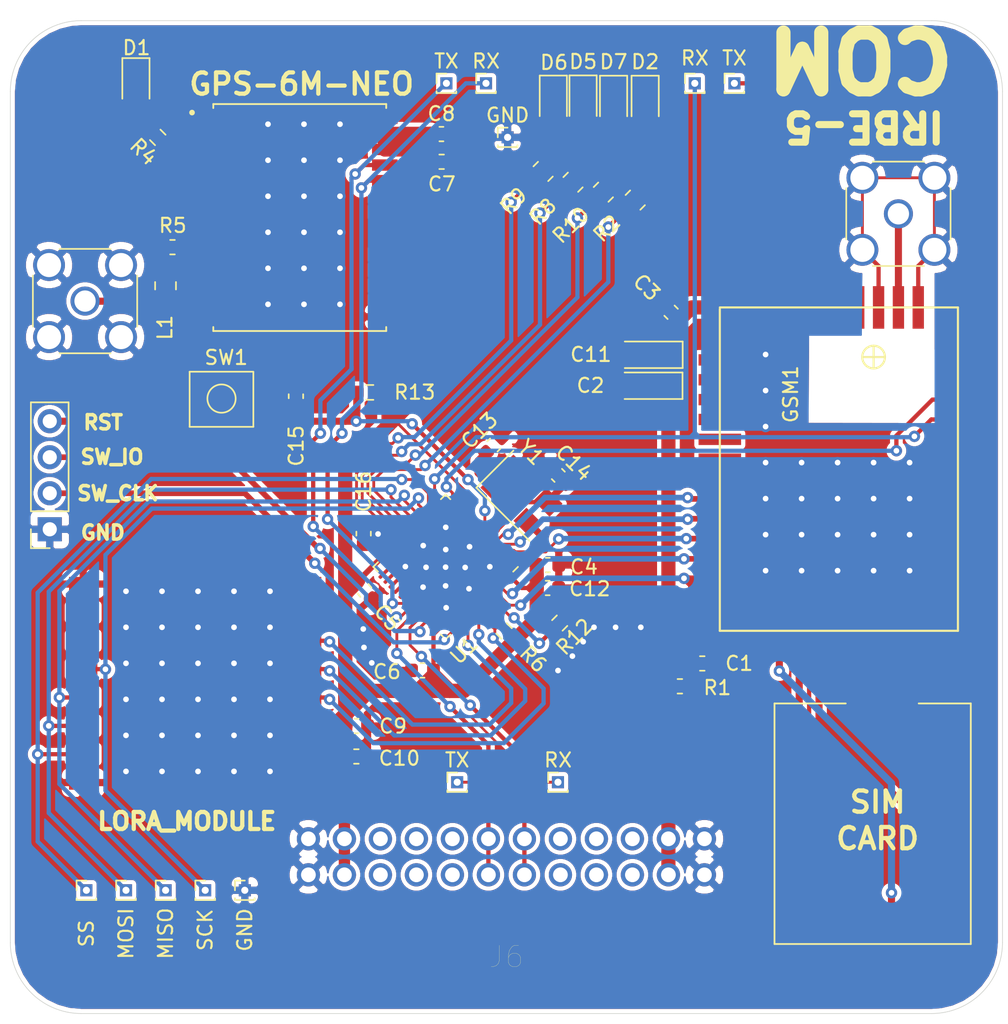
<source format=kicad_pcb>
(kicad_pcb (version 20211014) (generator pcbnew)
  (layers (0 "F.Cu" signal) (31 "B.Cu" signal) (34 "B.Paste" user) (35 "F.Paste" user) (36 "B.SilkS" user "B.Silkscreen") (37 "F.SilkS" user "F.Silkscreen") (38 "B.Mask" user) (39 "F.Mask" user) (44 "Edge.Cuts" user))
  (net 0 "")
  (net 1 "GND")
  (net 2 "GSM_RST")
  (net 3 "Net-(D1-Pad2)")
  (net 4 "Net-(GSM1-Pad1)")
  (net 5 "Net-(GSM1-Pad2)")
  (net 6 "Net-(GSM1-Pad3)")
  (net 7 "Net-(GSM1-Pad4)")
  (net 8 "Net-(GSM1-Pad5)")
  (net 9 "Net-(GSM1-Pad6)")
  (net 10 "Net-(GSM1-Pad7)")
  (net 11 "GSM_PWR")
  (net 12 "GSM_GPIO1INT")
  (net 13 "GSM_CTS")
  (net 14 "GSM_RTS")
  (net 15 "Net-(GSM1-Pad13)")
  (net 16 "/gprs/SIM_RST")
  (net 17 "/gprs/SIM_CLK")
  (net 18 "/gprs/SIM_VSIM")
  (net 19 "/gprs/SIM_DATA")
  (net 20 "Net-(GSM1-Pad18)")
  (net 21 "Net-(GSM1-Pad19)")
  (net 22 "Net-(GSM1-Pad20)")
  (net 23 "Net-(GSM1-Pad21)")
  (net 24 "Net-(GSM1-Pad23)")
  (net 25 "Net-(GSM1-Pad24)")
  (net 26 "Net-(GSM1-Pad26)")
  (net 27 "Net-(GSM1-Pad27)")
  (net 28 "Net-(GSM1-Pad29)")
  (net 29 "GSM_RX")
  (net 30 "GSM_TX")
  (net 31 "Net-(GSM1-Pad32)")
  (net 32 "Net-(GSM1-Pad33)")
  (net 33 "/gprs/ANT")
  (net 34 "Net-(GSM1-Pad37)")
  (net 35 "Net-(GSM1-Pad38)")
  (net 36 "/MCU/SW_CLK")
  (net 37 "/MCU/SW_IO")
  (net 38 "/MCU/~{RST}")
  (net 39 "/GPS/ANT")
  (net 40 "Net-(L1-Pad2)")
  (net 41 "Net-(R4-Pad1)")
  (net 42 "Net-(R5-Pad1)")
  (net 43 "RF_RST")
  (net 44 "GPS_RX")
  (net 45 "GPS_TX")
  (net 46 "RF_NSS")
  (net 47 "RF_SCK")
  (net 48 "RF_MISO")
  (net 49 "RF_MOSI")
  (net 50 "RF_DIO0")
  (net 51 "RF_DIO1")
  (net 52 "Net-(U2-Pad1)")
  (net 53 "Net-(U2-Pad2)")
  (net 54 "Net-(U2-Pad4)")
  (net 55 "Net-(U2-Pad5)")
  (net 56 "Net-(U2-Pad6)")
  (net 57 "Net-(U2-Pad15)")
  (net 58 "Net-(U2-Pad14)")
  (net 59 "Net-(U2-Pad16)")
  (net 60 "Net-(U2-Pad19)")
  (net 61 "Net-(U2-Pad18)")
  (net 62 "Net-(U2-Pad17)")
  (net 63 "Net-(U3-Pad11)")
  (net 64 "Net-(U3-Pad10)")
  (net 65 "Net-(U3-Pad7)")
  (net 66 "Net-(U3-Pad8)")
  (net 67 "RX")
  (net 68 "TX")
  (net 69 "4V")
  (net 70 "3.3V")
  (net 71 "Net-(J6-Pad22)")
  (net 72 "Net-(J6-Pad4)")
  (net 73 "Net-(J6-Pad21)")
  (net 74 "Net-(J6-Pad5)")
  (net 75 "Net-(J6-Pad20)")
  (net 76 "Net-(J6-Pad8)")
  (net 77 "Net-(J6-Pad9)")
  (net 78 "Net-(J6-Pad10)")
  (net 79 "Net-(J6-Pad15)")
  (net 80 "Net-(J6-Pad3)")
  (net 81 "Net-(J6-Pad17)")
  (net 82 "Net-(J6-Pad16)")
  (net 83 "Net-(J2-Pad6)")
  (net 84 "Net-(D2-Pad2)")
  (net 85 "Net-(D5-Pad2)")
  (net 86 "Net-(D6-Pad2)")
  (net 87 "Net-(D7-Pad2)")
  (net 88 "Net-(R2-Pad1)")
  (net 89 "Net-(R8-Pad1)")
  (net 90 "Net-(R9-Pad1)")
  (net 91 "Net-(R10-Pad1)")
  (net 92 "Net-(R12-Pad1)")
  (net 93 "Net-(C16-Pad1)")
  (net 94 "Net-(U1-Pad10)")
  (net 95 "Net-(U1-Pad11)")
  (net 96 "Net-(U1-Pad27)")
  (net 97 "Net-(U1-Pad28)")
  (net 98 "Net-(U1-Pad29)")
  (net 99 "Net-(U1-Pad38)")
  (net 100 "Net-(C13-Pad1)")
  (net 101 "Net-(C14-Pad1)")
  (net 102 "Net-(U1-Pad25)")
  (net 103 "Net-(U1-Pad26)")
  (net 104 "Net-(U1-Pad39)")
  (net 105 "Net-(U1-Pad43)")
  (footprint "Capacitor_SMD:C_0603_1608Metric" (layer "F.Cu") (at 149.88 148.6)
    (fp_text reference "C1")
    (fp_text value "0.1uF")
  )
  (footprint "Capacitor_SMD:C_0603_1608Metric" (layer "F.Cu") (at 147.68 123.84 135)
    (fp_text reference "C3")
    (fp_text value "0.1uF")
  )
  (footprint "Capacitor_SMD:C_0603_1608Metric" (layer "F.Cu") (at 126.04 143.45 -50)
    (fp_text reference "C5")
    (fp_text value "0.1uF")
  )
  (footprint "Capacitor_SMD:C_0603_1608Metric" (layer "F.Cu") (at 131.49 113.23)
    (fp_text reference "C7")
    (fp_text value "0.1uF")
  )
  (footprint "Capacitor_SMD:C_0603_1608Metric" (layer "F.Cu") (at 125.47346 155.15844)
    (fp_text reference "C10")
    (fp_text value "0.1uF")
  )
  (footprint "A6:A6_GSM" (layer "F.Cu") (at 159.51784 134.89824 90)
    (fp_text reference "GSM1")
    (fp_text value "A6_GSM")
  )
  (footprint "Connector_Coaxial:SMA_Amphenol_132134-16_Vertical" (layer "F.Cu") (at 163.71784 116.89824 -90)
    (fp_text reference "J1")
    (fp_text value "Conn_Coaxial")
  )
  (footprint "Connector_PinSocket_2.54mm:PinSocket_1x04_P2.54mm_Vertical" (layer "F.Cu") (at 103.84 139.14 180)
    (fp_text reference "J3")
    (fp_text value "ST_LINK")
  )
  (footprint "Capacitor_SMD:C_0603_1608Metric" (layer "F.Cu") (at 148.3 150.21)
    (fp_text reference "R1")
    (fp_text value "10k")
  )
  (footprint "Capacitor_SMD:C_0603_1608Metric" (layer "F.Cu") (at 112.5 119.25 180)
    (fp_text reference "R5")
    (fp_text value "10")
  )
  (footprint "LOCAL:Ai-Thinker_Ra-02" (layer "F.Cu") (at 114 150 90)
    (fp_text reference "U3" hide)
    (fp_text value "Ai-Thinker_Ra-02")
  )
  (footprint "LOCAL:SAMTEC-SSW-112-02-X-D-RA" (layer "F.Cu") (at 136.06 169.28 180)
    (fp_text reference "J6")
    (fp_text value "02x12")
  )
  (footprint "Connector_Coaxial:SMA_Amphenol_132134-16_Vertical" (layer "F.Cu") (at 106.33048 123.0503 90)
    (fp_text reference "J4")
    (fp_text value "Conn_Coaxial")
  )
  (footprint "Capacitor_Tantalum_SMD:CP_EIA-3216-10_Kemet-I_Pad1.58x1.35mm_HandSolder" (layer "F.Cu") (at 146.01174 126.8374 180)
    (fp_text reference "C11")
    (fp_text value "220uF")
  )
  (footprint "footprints:XCVR_NEO-6M-GPS" (layer "F.Cu") (at 121.47904 117.16004)
    (fp_text reference "U2")
    (fp_text value "NEO-6M-0-001")
  )
  (footprint "Capacitor_SMD:C_0603_1608Metric" (layer "F.Cu") (at 130.14 149.09 180)
    (fp_text reference "C6")
    (fp_text value "0.1uF")
  )
  (footprint "footprints:MOLEX_78800-0001" (layer "F.Cu") (at 161.9 159.9 90)
    (fp_text reference "J2")
    (fp_text value "SIM_Card")
  )
  (footprint "Capacitor_Tantalum_SMD:CP_EIA-3216-10_Kemet-I_Pad1.58x1.35mm_HandSolder" (layer "F.Cu") (at 146 129.02 180)
    (fp_text reference "C2")
    (fp_text value "220uF")
  )
  (footprint "LED_SMD:LED_0805_2012Metric_Pad1.15x1.40mm_HandSolder" (layer "F.Cu") (at 109.92 107.78 -90)
    (fp_text reference "D1")
    (fp_text value "LED")
  )
  (footprint "Capacitor_SMD:C_0805_2012Metric_Pad1.18x1.45mm_HandSolder" (layer "F.Cu") (at 112.01 121.97 90)
    (fp_text reference "L1")
    (fp_text value "27uH")
  )
  (footprint "Capacitor_SMD:C_0603_1608Metric" (layer "F.Cu") (at 138.97 143.28)
    (fp_text reference "C12")
    (fp_text value "0.1uF")
  )
  (footprint "LED_SMD:LED_0805_2012Metric_Pad1.15x1.40mm_HandSolder" (layer "F.Cu") (at 145.85 109.02 -90)
    (fp_text reference "D2")
    (fp_text value "BLUE")
  )
  (footprint "LED_SMD:LED_0805_2012Metric_Pad1.15x1.40mm_HandSolder" (layer "F.Cu") (at 141.47 109 -90)
    (fp_text reference "D5")
    (fp_text value "BLUE")
  )
  (footprint "LED_SMD:LED_0805_2012Metric_Pad1.15x1.40mm_HandSolder" (layer "F.Cu") (at 139.37 109.01 -90)
    (fp_text reference "D6")
    (fp_text value "BLUE")
  )
  (footprint "LED_SMD:LED_0805_2012Metric_Pad1.15x1.40mm_HandSolder" (layer "F.Cu") (at 143.62 109.02 -90)
    (fp_text reference "D7")
    (fp_text value "BLUE")
  )
  (footprint "Resistor_SMD:R_0805_2012Metric_Pad1.20x1.40mm_HandSolder" (layer "F.Cu") (at 145.15 115.93 45)
    (fp_text reference "R2")
    (fp_text value "75")
  )
  (footprint "Resistor_SMD:R_0805_2012Metric_Pad1.20x1.40mm_HandSolder" (layer "F.Cu") (at 140.76 114.67 45)
    (fp_text reference "R8")
    (fp_text value "75")
  )
  (footprint "Resistor_SMD:R_0805_2012Metric_Pad1.20x1.40mm_HandSolder" (layer "F.Cu") (at 138.65 113.91 45)
    (fp_text reference "R9")
    (fp_text value "75")
  )
  (footprint "Resistor_SMD:R_0805_2012Metric_Pad1.20x1.40mm_HandSolder" (layer "F.Cu") (at 142.9 115.37 45)
    (fp_text reference "R10")
    (fp_text value "75")
  )
  (footprint "Package_DFN_QFN:QFN-48-1EP_7x7mm_P0.5mm_EP5.6x5.6mm" (layer "F.Cu") (at 131.77 141.79 -135)
    (fp_text reference "U1")
    (fp_text value "STM32F401CEUx")
  )
  (footprint "Crystal:Crystal_SMD_5032-4Pin_5.0x3.2mm" (layer "F.Cu") (at 137.12 136.77 -45)
    (fp_text reference "Y1")
    (fp_text value "MCSJK")
  )
  (footprint "Resistor_SMD:R_0603_1608Metric_Pad0.98x0.95mm_HandSolder" (layer "F.Cu") (at 126.42 129.49 180)
    (fp_text reference "R13")
    (fp_text value "12k")
  )
  (footprint "button:little_button" (layer "F.Cu") (at 115.95 129.92)
    (fp_text reference "SW1")
    (fp_text value "Reset")
  )
  (footprint "Capacitor_SMD:C_0603_1608Metric" (layer "F.Cu") (at 131.475 111.275)
    (fp_text reference "C8")
    (fp_text value "10uF")
  )
  (footprint "Capacitor_SMD:C_0603_1608Metric" (layer "F.Cu") (at 125.49 153.01)
    (fp_text reference "C9")
    (fp_text value "10uF")
  )
  (footprint "Capacitor_SMD:C_0603_1608Metric" (layer "F.Cu") (at 138.98 141.66)
    (fp_text reference "C4")
    (fp_text value "0.1uF")
  )
  (footprint "Resistor_SMD:R_0603_1608Metric" (layer "F.Cu") (at 139.82 145.75 45)
    (fp_text reference "R12")
    (fp_text value "12k")
  )
  (footprint "Capacitor_SMD:C_0603_1608Metric" (layer "F.Cu") (at 135.17 133.2 45)
    (fp_text reference "C13")
    (fp_text value "22pF")
  )
  (footprint "Capacitor_SMD:C_0603_1608Metric" (layer "F.Cu") (at 139.72 135.34 135)
    (fp_text reference "C14")
    (fp_text value "22pF")
  )
  (footprint "Capacitor_SMD:C_0603_1608Metric" (layer "F.Cu") (at 125.984 139.446 90)
    (fp_text reference "C16")
    (fp_text value "4.7uF")
  )
  (footprint "Capacitor_SMD:C_0603_1608Metric" (layer "F.Cu") (at 121.21 129.76 90)
    (fp_text reference "C15")
    (fp_text value "220nF")
  )
  (footprint "Resistor_SMD:R_0603_1608Metric_Pad0.98x0.95mm_HandSolder" (layer "F.Cu") (at 135.89 146.304 -45)
    (fp_text reference "R6")
    (fp_text value "10k")
  )
  (footprint "Resistor_SMD:R_0603_1608Metric_Pad0.98x0.95mm_HandSolder" (layer "F.Cu") (at 111.46 111.51 135)
    (fp_text reference "R4")
    (fp_text value "1k")
  )
  (footprint "Connector_PinHeader_1.00mm:PinHeader_1x01_P1.00mm_Vertical" (layer "F.Cu") (at 139.7 156.972)
    (fp_text reference "RX")
    (fp_text value "TestPoint")
  )
  (footprint "Connector_PinHeader_1.00mm:PinHeader_1x01_P1.00mm_Vertical" (layer "F.Cu") (at 132.588 156.972)
    (fp_text reference "TX")
    (fp_text value "TestPoint")
  )
  (footprint "Connector_PinHeader_1.00mm:PinHeader_1x01_P1.00mm_Vertical" (layer "F.Cu") (at 109.22 164.592)
    (fp_text reference "MOSI")
    (fp_text value "TestPoint")
  )
  (footprint "Connector_PinHeader_1.00mm:PinHeader_1x01_P1.00mm_Vertical" (layer "F.Cu") (at 112.014 164.592)
    (fp_text reference "MISO")
    (fp_text value "TestPoint")
  )
  (footprint "Connector_PinHeader_1.00mm:PinHeader_1x01_P1.00mm_Vertical" (layer "F.Cu") (at 114.808 164.592)
    (fp_text reference "SCK")
    (fp_text value "TestPoint")
  )
  (footprint "Connector_PinHeader_1.00mm:PinHeader_1x01_P1.00mm_Vertical" (layer "F.Cu") (at 134.62 107.696)
    (fp_text reference "RX")
    (fp_text value "TestPoint")
  )
  (footprint "Connector_PinHeader_1.00mm:PinHeader_1x01_P1.00mm_Vertical" (layer "F.Cu") (at 149.352 107.696)
    (fp_text reference "RX")
    (fp_text value "TestPoint")
  )
  (footprint "Connector_PinHeader_1.00mm:PinHeader_1x01_P1.00mm_Vertical" (layer "F.Cu") (at 152.146 107.696)
    (fp_text reference "TX")
    (fp_text value "TestPoint")
  )
  (footprint "Connector_PinHeader_1.00mm:PinHeader_1x01_P1.00mm_Vertical" (layer "F.Cu") (at 131.826 107.696)
    (fp_text reference "TX")
    (fp_text value "TestPoint")
  )
  (footprint "Connector_PinHeader_1.00mm:PinHeader_1x01_P1.00mm_Vertical" (layer "F.Cu") (at 106.426 164.592)
    (fp_text reference "SS")
    (fp_text value "TestPoint")
  )
  (footprint "Connector_PinHeader_1.00mm:PinHeader_1x01_P1.00mm_Vertical" (layer "F.Cu") (at 136.144 111.506)
    (fp_text reference "GND")
    (fp_text value "TestPoint")
  )
  (footprint "Connector_PinHeader_1.00mm:PinHeader_1x01_P1.00mm_Vertical" (layer "F.Cu") (at 117.602 164.592)
    (fp_text reference "GND")
    (fp_text value "TestPoint")
  )
  (gr_line (start 166.06 173.28) (end 106.06 173.28) (layer "Edge.Cuts") (width 0.05))
  (gr_line (start 171.06 108.28) (end 171.06 168.28) (layer "Edge.Cuts") (width 0.05))
  (gr_arc (start 101.06 108.28) (mid 102.524466 104.744466) (end 106.06 103.28) (layer "Edge.Cuts") (width 0.05))
  (gr_arc (start 106.06 173.28) (mid 102.524466 171.815534) (end 101.06 168.28) (layer "Edge.Cuts") (width 0.05))
  (gr_arc (start 166.06 103.28) (mid 169.595534 104.744466) (end 171.06 108.28) (layer "Edge.Cuts") (width 0.05))
  (gr_line (start 106.06 103.28) (end 166.06 103.28) (layer "Edge.Cuts") (width 0.05))
  (gr_arc (start 171.06 168.28) (mid 169.595534 171.815534) (end 166.06 173.28) (layer "Edge.Cuts") (width 0.05))
  (gr_line (start 101.06 168.28) (end 101.06 108.28) (layer "Edge.Cuts") (width 0.05))
  (gr_text "SW_CLK" (at 108.64 136.61) (layer "F.SilkS") (effects (font (size 1 1) (thickness 0.25))))
  (gr_text "GND" (at 107.59 139.38) (layer "F.SilkS") (effects (font (size 1 1) (thickness 0.25))))
  (gr_text "RST" (at 107.61 131.61) (layer "F.SilkS") (effects (font (size 1 1) (thickness 0.25))))
  (gr_text "IRBE-5" (at 161.29 110.744 180) (layer "F.SilkS") (effects (font (size 2 2) (thickness 0.5))))
  (gr_text "CARD" (at 162.25 160.95) (layer "F.SilkS") (effects (font (size 1.5 1.5) (thickness 0.3))))
  (gr_text "COM" (at 161.036 105.918 180) (layer "F.SilkS") (effects (font (size 4 4) (thickness 1))))
  (gr_text "SW_IO\n" (at 108.24 134.04) (layer "F.SilkS") (effects (font (size 1 1) (thickness 0.25))))
  (gr_text "LORA_MODULE" (at 113.51 159.73) (layer "F.SilkS") (effects (font (size 1.2 1.2) (thickness 0.3))))
  (gr_text "SIM" (at 162.25 158.375) (layer "F.SilkS") (effects (font (size 1.5 1.5) (thickness 0.3))))
  (gr_text "GPS-6M-NEO" (at 121.61 107.75) (layer "F.SilkS") (effects (font (size 1.5 1.5) (thickness 0.3))))
  (segment (start 161.17784 114.35824) (end 166.25784 114.35824) (width 0.2) (layer "F.Cu") (net 1))
  (segment (start 131.77 144.971981) (end 131.77 141.79) (width 0.2) (layer "F.Cu") (net 1))
  (segment (start 166.25784 119.43824) (end 166.25784 114.35824) (width 0.2) (layer "F.Cu") (net 1))
  (segment (start 131.77 140.729339) (end 131.77 141.79) (width 0.2) (layer "F.Cu") (net 1))
  (segment (start 165.11784 120.57824) (end 166.25784 119.43824) (width 0.3) (layer "F.Cu") (net 1))
  (segment (start 161.17784 119.43824) (end 161.17784 114.35824) (width 0.2) (layer "F.Cu") (net 1))
  (segment (start 125.984 138.671) (end 126.225 138.671) (width 0.2) (layer "F.Cu") (net 1))
  (segment (start 162.31784 120.57824) (end 161.17784 119.43824) (width 0.3) (layer "F.Cu") (net 1))
  (segment (start 130.930311 145.81167) (end 131.77 144.971981) (width 0.2) (layer "F.Cu") (net 1))
  (segment (start 126.225 138.671) (end 127.003493 139.449493) (width 0.2) (layer "F.Cu") (net 1))
  (segment (start 165.11784 123.49824) (end 165.11784 120.57824) (width 0.3) (layer "F.Cu") (net 1))
  (segment (start 116.06868 121.91836) (end 115.78868 121.91836) (width 0.3) (layer "F.Cu") (net 1))
  (segment (start 127.003493 139.449493) (end 127.003493 139.471) (width 0.2) (layer "F.Cu") (net 1))
  (segment (start 128.588019 141.79) (end 131.77 141.79) (width 0.2) (layer "F.Cu") (net 1))
  (segment (start 133.670349 138.82899) (end 131.77 140.729339) (width 0.2) (layer "F.Cu") (net 1))
  (segment (start 135.739689 142.629689) (end 134.89 141.78) (width 0.2) (layer "F.Cu") (net 1))
  (segment (start 127.74833 140.950311) (end 128.588019 141.79) (width 0.2) (layer "F.Cu") (net 1))
  (segment (start 115.71756 121.94122) (end 115.229555 122.24747) (width 0.3) (layer "F.Cu") (net 1))
  (segment (start 162.31784 123.49824) (end 162.31784 120.57824) (width 0.3) (layer "F.Cu") (net 1))
  (segment (start 135.79167 142.629689) (end 135.739689 142.629689) (width 0.2) (layer "F.Cu") (net 1))
  (via (at 133.42 143.33) (size 0.8) (drill 0.4) (layers "F.Cu" "B.Cu") (net 1))
  (via (at 159.42784 134.43824) (size 0.8) (drill 0.4) (layers "F.Cu" "B.Cu") (net 1))
  (via (at 164.50784 139.51824) (size 0.8) (drill 0.4) (layers "F.Cu" "B.Cu") (net 1))
  (via (at 114.3 156.21) (size 0.8) (drill 0.4) (layers "F.Cu" "B.Cu") (net 1))
  (via (at 128.93 141.77) (size 0.8) (drill 0.4) (layers "F.Cu" "B.Cu") (net 1))
  (via (at 121.77876 123.2789) (size 0.8) (drill 0.4) (layers "F.Cu" "B.Cu") (net 1))
  (via (at 127.003493 139.471) (size 0.8) (drill 0.4) (layers "F.Cu" "B.Cu") (net 1))
  (via (at 156.88784 134.43824) (size 0.8) (drill 0.4) (layers "F.Cu" "B.Cu") (net 1))
  (via (at 111.76 146.05) (size 0.8) (drill 0.4) (layers "F.Cu" "B.Cu") (net 1))
  (via (at 119.38 143.51) (size 0.8) (drill 0.4) (layers "F.Cu" "B.Cu") (net 1))
  (via (at 133.46 140.37) (size 0.8) (drill 0.4) (layers "F.Cu" "B.Cu") (net 1))
  (via (at 159.42784 139.51824) (size 0.8) (drill 0.4) (layers "F.Cu" "B.Cu") (net 1))
  (via (at 154.34784 134.43824) (size 0.8) (drill 0.4) (layers "F.Cu" "B.Cu") (net 1))
  (via (at 124.31876 123.2789) (size 0.8) (drill 0.4) (layers "F.Cu" "B.Cu") (net 1))
  (via (at 109.22 153.67) (size 0.8) (drill 0.4) (layers "F.Cu" "B.Cu") (net 1))
  (via (at 119.23876 120.7389) (size 0.8) (drill 0.4) (layers "F.Cu" "B.Cu") (net 1))
  (via (at 119.23876 113.1189) (size 0.8) (drill 0.4) (layers "F.Cu" "B.Cu") (net 1))
  (via (at 119.38 146.05) (size 0.8) (drill 0.4) (layers "F.Cu" "B.Cu") (net 1))
  (via (at 114.3 148.59) (size 0.8) (drill 0.4) (layers "F.Cu" "B.Cu") (net 1))
  (via (at 141.478 147.066) (size 0.8) (drill 0.4) (layers "F.Cu" "B.Cu") (net 1))
  (via (at 116.84 156.21) (size 0.8) (drill 0.4) (layers "F.Cu" "B.Cu") (net 1))
  (via (at 142.24 146.05) (size 0.8) (drill 0.4) (layers "F.Cu" "B.Cu") (net 1))
  (via (at 111.76 156.21) (size 0.8) (drill 0.4) (layers "F.Cu" "B.Cu") (net 1))
  (via (at 154.34784 142.05824) (size 0.8) (drill 0.4) (layers "F.Cu" "B.Cu") (net 1))
  (via (at 124.31876 115.6589) (size 0.8) (drill 0.4) (layers "F.Cu" "B.Cu") (net 1))
  (via (at 154.34784 139.51824) (size 0.8) (drill 0.4) (layers "F.Cu" "B.Cu") (net 1))
  (via (at 143.764 146.05) (size 0.8) (drill 0.4) (layers "F.Cu" "B.Cu") (net 1))
  (via (at 114.3 153.67) (size 0.8) (drill 0.4) (layers "F.Cu" "B.Cu") (net 1))
  (via (at 121.77876 115.6589) (size 0.8) (drill 0.4) (layers "F.Cu" "B.Cu") (net 1))
  (via (at 156.88784 139.51824) (size 0.8) (drill 0.4) (layers "F.Cu" "B.Cu") (net 1))
  (via (at 130.39 141.82) (size 0.8) (drill 0.4) (layers "F.Cu" "B.Cu") (net 1))
  (via (at 119.38 148.59) (size 0.8) (drill 0.4) (layers "F.Cu" "B.Cu") (net 1))
  (via (at 161.96784 136.97824) (size 0.8) (drill 0.4) (layers "F.Cu" "B.Cu") (net 1))
  (via (at 124.31876 113.1189) (size 0.8) (drill 0.4) (layers "F.Cu" "B.Cu") (net 1))
  (via (at 111.76 151.13) (size 0.8) (drill 0.4) (layers "F.Cu" "B.Cu") (net 1))
  (via (at 116.84 153.67) (size 0.8) (drill 0.4) (layers "F.Cu" "B.Cu") (net 1))
  (via (at 119.38 151.13) (size 0.8) (drill 0.4) (layers "F.Cu" "B.Cu") (net 1))
  (via (at 164.50784 134.43824) (size 0.8) (drill 0.4) (layers "F.Cu" "B.Cu") (net 1))
  (via (at 161.96784 134.43824) (size 0.8) (drill 0.4) (layers "F.Cu" "B.Cu") (net 1))
  (via (at 119.23876 123.2789) (size 0.8) (drill 0.4) (layers "F.Cu" "B.Cu") (net 1))
  (via (at 116.84 146.05) (size 0.8) (drill 0.4) (layers "F.Cu" "B.Cu") (net 1))
  (via (at 140.716 148.082) (size 0.8) (drill 0.4) (layers "F.Cu" "B.Cu") (net 1))
  (via (at 126.56 148.56) (size 0.8) (drill 0.4) (layers "F.Cu" "B.Cu") (net 1))
  (via (at 124.31876 110.5789) (size 0.8) (drill 0.4) (layers "F.Cu" "B.Cu") (net 1))
  (via (at 131.77 143.13) (size 0.8) (drill 0.4) (layers "F.Cu" "B.Cu") (net 1))
  (via (at 116.84 151.13) (size 0.8) (drill 0.4) (layers "F.Cu" "B.Cu") (net 1))
  (via (at 119.38 156.21) (size 0.8) (drill 0.4) (layers "F.Cu" "B.Cu") (net 1))
  (via (at 154.34784 136.97824) (size 0.8) (drill 0.4) (layers "F.Cu" "B.Cu") (net 1))
  (via (at 121.77876 120.7389) (size 0.8) (drill 0.4) (layers "F.Cu" "B.Cu") (net 1))
  (via (at 121.77876 118.1989) (size 0.8) (drill 0.4) (layers "F.Cu" "B.Cu") (net 1))
  (via (at 131.77 141.81) (size 0.8) (drill 0.4) (layers "F.Cu" "B.Cu") (net 1))
  (via (at 114.3 146.05) (size 0.8) (drill 0.4) (layers "F.Cu" "B.Cu") (net 1))
  (via (at 133.15 141.83) (size 0.8) (drill 0.4) (layers "F.Cu" "B.Cu") (net 1))
  (via (at 119.23876 118.1989) (size 0.8) (drill 0.4) (layers "F.Cu" "B.Cu") (net 1))
  (via (at 119.23876 115.6589) (size 0.8) (drill 0.4) (layers "F.Cu" "B.Cu") (net 1))
  (via (at 111.76 148.59) (size 0.8) (drill 0.4) (layers "F.Cu" "B.Cu") (net 1))
  (via (at 131.78 140.57) (size 0.8) (drill 0.4) (layers "F.Cu" "B.Cu") (net 1))
  (via (at 154.34784 131.89824) (size 0.8) (drill 0.4) (layers "F.Cu" "B.Cu") (net 1))
  (via (at 124.31876 118.1989) (size 0.8) (drill 0.4) (layers "F.Cu" "B.Cu") (net 1))
  (via (at 116.84 148.59) (size 0.8) (drill 0.4) (layers "F.Cu" "B.Cu") (net 1))
  (via (at 109.22 146.05) (size 0.8) (drill 0.4) (layers "F.Cu" "B.Cu") (net 1))
  (via (at 111.76 153.67) (size 0.8) (drill 0.4) (layers "F.Cu" "B.Cu") (net 1))
  (via (at 131.78 139) (size 0.8) (drill 0.4) (layers "F.Cu" "B.Cu") (net 1))
  (via (at 161.96784 139.51824) (size 0.8) (drill 0.4) (layers "F.Cu" "B.Cu") (net 1))
  (via (at 109.22 151.13) (size 0.8) (drill 0.4) (layers "F.Cu" "B.Cu") (net 1))
  (via (at 109.22 156.21) (size 0.8) (drill 0.4) (layers "F.Cu" "B.Cu") (net 1))
  (via (at 109.22 143.51) (size 0.8) (drill 0.4) (layers "F.Cu" "B.Cu") (net 1))
  (via (at 139.7 149.098) (size 0.8) (drill 0.4) (layers "F.Cu" "B.Cu") (net 1))
  (via (at 159.42784 136.97824) (size 0.8) (drill 0.4) (layers "F.Cu" "B.Cu") (net 1))
  (via (at 154.34784 126.81824) (size 0.8) (drill 0.4) (layers "F.Cu" "B.Cu") (net 1))
  (via (at 154.34784 129.35824) (size 0.8) (drill 0.4) (layers "F.Cu" "B.Cu") (net 1))
  (via (at 114.3 143.51) (size 0.8) (drill 0.4) (layers "F.Cu" "B.Cu") (net 1))
  (via (at 125.96 146.17) (size 0.8) (drill 0.4) (layers "F.Cu" "B.Cu") (net 1))
  (via (at 130.19 140.29) (size 0.8) (drill 0.4) (layers "F.Cu" "B.Cu") (net 1))
  (via (at 126.01 147.47) (size 0.8) (drill 0.4) (layers "F.Cu" "B.Cu") (net 1))
  (via (at 121.77876 110.5789) (size 0.8) (drill 0.4) (layers "F.Cu" "B.Cu") (net 1))
  (via (at 164.50784 136.97824) (size 0.8) (drill 0.4) (layers "F.Cu" "B.Cu") (net 1))
  (via (at 109.22 148.59) (size 0.8) (drill 0.4) (layers "F.Cu" "B.Cu") (net 1))
  (via (at 124.31876 120.7389) (size 0.8) (drill 0.4) (layers "F.Cu" "B.Cu") (net 1))
  (via (at 156.88784 136.97824) (size 0.8) (drill 0.4) (layers "F.Cu" "B.Cu") (net 1))
  (via (at 131.81 144.67) (size 0.8) (drill 0.4) (layers "F.Cu" "B.Cu") (net 1))
  (via (at 114.3 151.13) (size 0.8) (drill 0.4) (layers "F.Cu" "B.Cu") (net 1))
  (via (at 121.77876 113.1189) (size 0.8) (drill 0.4) (layers "F.Cu" "B.Cu") (net 1))
  (via (at 134.89 141.78) (size 0.8) (drill 0.4) (layers "F.Cu" "B.Cu") (net 1))
  (via (at 130.18 143.22) (size 0.8) (drill 0.4) (layers "F.Cu" "B.Cu") (net 1))
  (via (at 119.38 153.67) (size 0.8) (drill 0.4) (layers "F.Cu" "B.Cu") (net 1))
  (via (at 145.542 146.05) (size 0.8) (drill 0.4) (layers "F.Cu" "B.Cu") (net 1))
  (via (at 156.88784 142.05824) (size 0.8) (drill 0.4) (layers "F.Cu" "B.Cu") (net 1))
  (via (at 119.23876 110.5789) (size 0.8) (drill 0.4) (layers "F.Cu" "B.Cu") (net 1))
  (via (at 164.50784 142.05824) (size 0.8) (drill 0.4) (layers "F.Cu" "B.Cu") (net 1))
  (via (at 159.42784 142.05824) (size 0.8) (drill 0.4) (layers "F.Cu" "B.Cu") (net 1))
  (via (at 161.96784 142.05824) (size 0.8) (drill 0.4) (layers "F.Cu" "B.Cu") (net 1))
  (via (at 116.84 143.51) (size 0.8) (drill 0.4) (layers "F.Cu" "B.Cu") (net 1))
  (via (at 111.76 143.51) (size 0.8) (drill 0.4) (layers "F.Cu" "B.Cu") (net 1))
  (segment (start 148.94824 142.59824) (end 148.59 142.59824) (width 0.4) (layer "F.Cu") (net 2))
  (segment (start 149.50176 142.59824) (end 148.94824 142.59824) (width 0.4) (layer "F.Cu") (net 2))
  (segment (start 149.0925 142.7425) (end 148.94824 142.59824) (width 0.4) (layer "F.Cu") (net 2))
  (segment (start 135.084563 143.336796) (end 136.241112 144.493345) (width 0.2) (layer "F.Cu") (net 2))
  (segment (start 149.0925 150.205) (end 149.0875 150.21) (width 0.54) (layer "F.Cu") (net 2))
  (segment (start 149.0925 143.2505) (end 149.0925 142.7425) (width 0.4) (layer "F.Cu") (net 2))
  (segment (start 149.0925 143.10074) (end 149.0925 143.0075) (width 0.4) (layer "F.Cu") (net 2))
  (segment (start 149.0925 143.0075) (end 149.50176 142.59824) (width 0.4) (layer "F.Cu") (net 2))
  (segment (start 151.11784 142.59824) (end 149.50176 142.59824) (width 0.4) (layer "F.Cu") (net 2))
  (segment (start 149.0925 148.6) (end 149.0925 150.205) (width 0.54) (layer "F.Cu") (net 2))
  (segment (start 149.0925 143.10074) (end 149.0925 143.2505) (width 0.4) (layer "F.Cu") (net 2))
  (segment (start 136.241112 144.493345) (end 137.06248 144.493345) (width 0.2) (layer "F.Cu") (net 2))
  (segment (start 148.59 142.59824) (end 149.0925 143.10074) (width 0.4) (layer "F.Cu") (net 2))
  (segment (start 149.0925 148.6) (end 149.0925 143.2505) (width 0.4) (layer "F.Cu") (net 2))
  (via (at 148.59 142.59824) (size 0.8) (drill 0.4) (layers "F.Cu" "B.Cu") (net 2))
  (via (at 137.06248 144.493345) (size 0.8) (drill 0.4) (layers "F.Cu" "B.Cu") (net 2))
  (segment (start 138.957585 142.59824) (end 137.06248 144.493345) (width 0.4) (layer "B.Cu") (net 2))
  (segment (start 148.59 142.59824) (end 138.957585 142.59824) (width 0.4) (layer "B.Cu") (net 2))
  (segment (start 109.92 108.805) (end 109.92 109.97) (width 0.5) (layer "F.Cu") (net 3))
  (segment (start 109.92 109.97) (end 110.814765 110.864765) (width 0.5) (layer "F.Cu") (net 3))
  (segment (start 148.93624 136.99824) (end 148.844 136.906) (width 0.4) (layer "F.Cu") (net 11))
  (segment (start 135.084563 140.243204) (end 135.836106 139.491661) (width 0.2) (layer "F.Cu") (net 11))
  (segment (start 151.11784 136.99824) (end 148.93624 136.99824) (width 0.4) (layer "F.Cu") (net 11))
  (segment (start 135.836106 139.491661) (end 136.189661 139.491661) (width 0.2) (layer "F.Cu") (net 11))
  (via (at 148.844 136.906) (size 0.8) (drill 0.4) (layers "F.Cu" "B.Cu") (net 11))
  (via (at 136.189661 139.491661) (size 0.8) (drill 0.4) (layers "F.Cu" "B.Cu") (net 11))
  (segment (start 138.775322 136.906) (end 136.189661 139.491661) (width 0.4) (layer "B.Cu") (net 11))
  (segment (start 148.844 136.906) (end 138.775322 136.906) (width 0.4) (layer "B.Cu") (net 11))
  (segment (start 151.11784 138.39824) (end 148.87576 138.39824) (width 0.4) (layer "F.Cu") (net 12))
  (segment (start 148.87576 138.39824) (end 148.844 138.43) (width 0.4) (layer "F.Cu") (net 12))
  (segment (start 136.872141 140.191662) (end 137.029861 140.033942) (width 0.2) (layer "F.Cu") (net 12))
  (segment (start 135.438116 140.596757) (end 135.843211 140.191662) (width 0.2) (layer "F.Cu") (net 12))
  (segment (start 135.843211 140.191662) (end 136.872141 140.191662) (width 0.2) (layer "F.Cu") (net 12))
  (via (at 148.844 138.43) (size 0.8) (drill 0.4) (layers "F.Cu" "B.Cu") (net 12))
  (via (at 137.029861 140.033942) (size 0.8) (drill 0.4) (layers "F.Cu" "B.Cu") (net 12))
  (segment (start 138.633803 138.43) (end 137.029861 140.033942) (width 0.4) (layer "B.Cu") (net 12))
  (segment (start 148.844 138.43) (end 138.633803 138.43) (width 0.4) (layer "B.Cu") (net 12))
  (segment (start 138.836057 140.733943) (end 139.75 139.82) (width 0.2) (layer "F.Cu") (net 13))
  (segment (start 151.0196 139.7) (end 151.11784 139.79824) (width 0.2) (layer "F.Cu") (net 13))
  (segment (start 136.69386 140.733943) (end 138.836057 140.733943) (width 0.2) (layer "F.Cu") (net 13))
  (segment (start 136.591912 140.631995) (end 136.69386 140.733943) (width 0.2) (layer "F.Cu") (net 13))
  (segment (start 148.75176 139.79824) (end 148.75 139.8) (width 0.4) (layer "F.Cu") (net 13))
  (segment (start 136.109986 140.631995) (end 136.591912 140.631995) (width 0.2) (layer "F.Cu") (net 13))
  (segment (start 135.79167 140.950311) (end 136.109986 140.631995) (width 0.2) (layer "F.Cu") (net 13))
  (segment (start 136.69386 140.733943) (end 137.324673 140.733943) (width 0.2) (layer "F.Cu") (net 13))
  (segment (start 151.11784 139.79824) (end 148.75176 139.79824) (width 0.4) (layer "F.Cu") (net 13))
  (via (at 139.75 139.82) (size 0.8) (drill 0.4) (layers "F.Cu" "B.Cu") (net 13))
  (via (at 148.75 139.8) (size 0.8) (drill 0.4) (layers "F.Cu" "B.Cu") (net 13))
  (segment (start 139.77 139.8) (end 139.75 139.82) (width 0.4) (layer "B.Cu") (net 13))
  (segment (start 148.75 139.8) (end 139.77 139.8) (width 0.4) (layer "B.Cu") (net 13))
  (segment (start 135.438116 142.983243) (end 136.13166 143.676787) (width 0.2) (layer "F.Cu") (net 14))
  (segment (start 151.09208 141.224) (end 151.11784 141.19824) (width 0.4) (layer "F.Cu") (net 14))
  (segment (start 148.59 141.224) (end 151.09208 141.224) (width 0.4) (layer "F.Cu") (net 14))
  (segment (start 136.13166 143.676787) (end 136.485213 143.676787) (width 0.2) (layer "F.Cu") (net 14))
  (via (at 148.59 141.224) (size 0.8) (drill 0.4) (layers "F.Cu" "B.Cu") (net 14))
  (via (at 136.485213 143.676787) (size 0.8) (drill 0.4) (layers "F.Cu" "B.Cu") (net 14))
  (segment (start 148.59 141.224) (end 138.938 141.224) (width 0.4) (layer "B.Cu") (net 14))
  (segment (start 138.938 141.224) (end 136.485213 143.676787) (width 0.4) (layer "B.Cu") (net 14))
  (segment (start 163.23 166.61) (end 163.23 164.77) (width 0.5) (layer "F.Cu") (net 16))
  (segment (start 155.31784 146.29824) (end 155.31784 149.13) (width 0.5) (layer "F.Cu") (net 16))
  (via (at 155.31784 149.13) (size 0.8) (drill 0.4) (layers "F.Cu" "B.Cu") (net 16))
  (via (at 163.23 164.77) (size 0.8) (drill 0.4) (layers "F.Cu" "B.Cu") (net 16))
  (segment (start 163.23 157.04216) (end 155.31784 149.13) (width 0.5) (layer "B.Cu") (net 16))
  (segment (start 163.23 164.77) (end 163.23 157.04216) (width 0.5) (layer "B.Cu") (net 16))
  (segment (start 156.71784 152.89784) (end 156.71784 146.29824) (width 0.5) (layer "F.Cu") (net 17))
  (segment (start 160.69 156.87) (end 156.71784 152.89784) (width 0.5) (layer "F.Cu") (net 17))
  (segment (start 160.69 166.61) (end 160.69 156.87) (width 0.5) (layer "F.Cu") (net 17))
  (segment (start 164.47 166.61) (end 164.47 158.92) (width 0.5) (layer "F.Cu") (net 18))
  (segment (start 158.11784 152.56784) (end 158.11784 146.29824) (width 0.5) (layer "F.Cu") (net 18))
  (segment (start 164.47 158.92) (end 158.11784 152.56784) (width 0.5) (layer "F.Cu") (net 18))
  (segment (start 159.51784 150.49784) (end 160.69 151.67) (width 0.5) (layer "F.Cu") (net 19))
  (segment (start 159.51784 146.29824) (end 159.51784 150.49784) (width 0.5) (layer "F.Cu") (net 19))
  (segment (start 131.283864 137.414777) (end 130.993949 137.124862) (width 0.2) (layer "F.Cu") (net 29))
  (segment (start 166.03576 131.39824) (end 167.91784 131.39824) (width 0.3) (layer "F.Cu") (net 29))
  (segment (start 164.846 132.588) (end 166.03576 131.39824) (width 0.3) (layer "F.Cu") (net 29))
  (segment (start 130.993949 137.124862) (end 130.993949 135.589299) (width 0.2) (layer "F.Cu") (net 29))
  (via (at 130.993949 135.589299) (size 0.8) (drill 0.4) (layers "F.Cu" "B.Cu") (net 29))
  (via (at 164.846 132.588) (size 0.8) (drill 0.4) (layers "F.Cu" "B.Cu") (net 29))
  (segment (start 133.935007 132.648241) (end 130.993949 135.589299) (width 0.3) (layer "B.Cu") (net 29))
  (segment (start 164.846 132.588) (end 164.785759 132.648241) (width 0.3) (layer "B.Cu") (net 29))
  (segment (start 149.037759 132.648241) (end 149.352 132.334) (width 0.3) (layer "B.Cu") (net 29))
  (segment (start 149.352 107.696) (end 149.352 132.334) (width 0.3) (layer "B.Cu") (net 29))
  (segment (start 164.785759 132.648241) (end 152.460241 132.648241) (width 0.3) (layer "B.Cu") (net 29))
  (segment (start 149.352 132.334) (end 149.352 132.588) (width 0.3) (layer "B.Cu") (net 29))
  (segment (start 149.545759 132.527759) (end 149.352 132.334) (width 0.3) (layer "B.Cu") (net 29))
  (segment (start 149.545759 132.648241) (end 149.545759 132.527759) (width 0.3) (layer "B.Cu") (net 29))
  (segment (start 149.545759 132.648241) (end 149.037759 132.648241) (width 0.3) (layer "B.Cu") (net 29))
  (segment (start 152.460241 132.648241) (end 149.545759 132.648241) (width 0.3) (layer "B.Cu") (net 29))
  (segment (start 149.037759 132.648241) (end 133.935007 132.648241) (width 0.3) (layer "B.Cu") (net 29))
  (segment (start 169.164 107.696) (end 170.18 108.712) (width 0.3) (layer "F.Cu") (net 30))
  (segment (start 132.256136 136.574136) (end 131.826 136.144) (width 0.2) (layer "F.Cu") (net 30))
  (segment (start 169.71784 129.99824) (end 167.91784 129.99824) (width 0.3) (layer "F.Cu") (net 30))
  (segment (start 132.256136 137.414777) (end 132.256136 136.574136) (width 0.2) (layer "F.Cu") (net 30))
  (segment (start 152.146 107.696) (end 169.164 107.696) (width 0.3) (layer "F.Cu") (net 30))
  (segment (start 166.11784 129.99824) (end 163.576 132.54008) (width 0.3) (layer "F.Cu") (net 30))
  (segment (start 163.576 132.54008) (end 163.576 133.604) (width 0.3) (layer "F.Cu") (net 30))
  (segment (start 170.18 108.712) (end 170.18 129.53608) (width 0.3) (layer "F.Cu") (net 30))
  (segment (start 170.18 129.53608) (end 169.71784 129.99824) (width 0.3) (layer "F.Cu") (net 30))
  (segment (start 167.91784 129.99824) (end 166.11784 129.99824) (width 0.3) (layer "F.Cu") (net 30))
  (via (at 131.826 136.144) (size 0.8) (drill 0.4) (layers "F.Cu" "B.Cu") (net 30))
  (via (at 163.576 133.604) (size 0.8) (drill 0.4) (layers "F.Cu" "B.Cu") (net 30))
  (segment (start 131.826 135.578315) (end 133.800315 133.604) (width 0.3) (layer "B.Cu") (net 30))
  (segment (start 133.800315 133.604) (end 141.478 133.604) (width 0.3) (layer "B.Cu") (net 30))
  (segment (start 131.826 136.144) (end 131.826 135.578315) (width 0.3) (layer "B.Cu") (net 30))
  (segment (start 141.478 133.604) (end 163.576 133.604) (width 0.3) (layer "B.Cu") (net 30))
  (segment (start 163.71784 123.49824) (end 163.71784 116.89824) (width 0.5) (layer "F.Cu") (net 33))
  (segment (start 132.256136 146.165223) (end 132.256136 146.343864) (width 0.2) (layer "F.Cu") (net 36))
  (segment (start 103.84 136.6) (end 117.605748 136.6) (width 0.4) (layer "F.Cu") (net 36))
  (segment (start 132.256136 146.343864) (end 131.68 146.92) (width 0.2) (layer "F.Cu") (net 36))
  (segment (start 117.605748 136.6) (end 122.541013 141.535265) (width 0.4) (layer "F.Cu") (net 36))
  (via (at 122.541013 141.535265) (size 0.8) (drill 0.4) (layers "F.Cu" "B.Cu") (net 36))
  (via (at 131.68 146.92) (size 0.8) (drill 0.4) (layers "F.Cu" "B.Cu") (net 36))
  (segment (start 131.68 146.92) (end 131.49114 147.10886) (width 0.3) (layer "B.Cu") (net 36))
  (segment (start 127.814617 146.808869) (end 127.672874 146.667126) (width 0.3) (layer "B.Cu") (net 36))
  (segment (start 128.114608 147.10886) (end 127.672874 146.667126) (width 0.3) (layer "B.Cu") (net 36))
  (segment (start 131.49114 147.10886) (end 128.114608 147.10886) (width 0.3) (layer "B.Cu") (net 36))
  (segment (start 127.672874 146.667126) (end 122.541013 141.535265) (width 0.3) (layer "B.Cu") (net 36))
  (segment (start 103.84 134.06) (end 116.365998 134.06) (width 0.4) (layer "F.Cu") (net 37))
  (segment (start 130.576757 145.458116) (end 129.958859 146.076014) (width 0.2) (layer "F.Cu") (net 37))
  (segment (start 116.365998 134.06) (end 122.795023 140.489025) (width 0.4) (layer "F.Cu") (net 37))
  (segment (start 129.958859 146.076014) (end 129.958859 146.358859) (width 0.2) (layer "F.Cu") (net 37))
  (segment (start 130.576757 145.458116) (end 129.89 146.144873) (width 0.2) (layer "F.Cu") (net 37))
  (segment (start 130.576757 145.458116) (end 130.525832 145.458116) (width 0.2) (layer "F.Cu") (net 37))
  (segment (start 122.795023 140.489025) (end 122.908975 140.489025) (width 0.4) (layer "F.Cu") (net 37))
  (via (at 129.958859 146.358859) (size 0.8) (drill 0.4) (layers "F.Cu" "B.Cu") (net 37))
  (via (at 122.908975 140.489025) (size 0.8) (drill 0.4) (layers "F.Cu" "B.Cu") (net 37))
  (segment (start 126.15995 144.284304) (end 128.184505 146.308859) (width 0.3) (layer "B.Cu") (net 37))
  (segment (start 128.354557 146.358859) (end 129.958859 146.358859) (width 0.2) (layer "B.Cu") (net 37))
  (segment (start 122.908975 140.489025) (end 126.15995 143.74) (width 0.3) (layer "B.Cu") (net 37))
  (segment (start 126.15995 143.74) (end 126.15995 144.284304) (width 0.3) (layer "B.Cu") (net 37))
  (segment (start 128.184505 146.308859) (end 129.908859 146.308859) (width 0.3) (layer "B.Cu") (net 37))
  (segment (start 129.908859 146.308859) (end 129.958859 146.358859) (width 0.3) (layer "B.Cu") (net 37))
  (segment (start 118.87792 131.4816) (end 120.2634 131.4816) (width 0.5) (layer "F.Cu") (net 38))
  (segment (start 123.8 131.52) (end 124.72 131.52) (width 0.5) (layer "F.Cu") (net 38))
  (segment (start 124.72 131.52) (end 125.46 131.52) (width 0.5) (layer "F.Cu") (net 38))
  (segment (start 121.19 130.5125) (end 121.19 130.69) (width 0.5) (layer "F.Cu") (net 38))
  (segment (start 121.19 130.5125) (end 121.19 131.52) (width 0.5) (layer "F.Cu") (net 38))
  (segment (start 133.343952 135.636) (end 133.35 135.636) (width 0.3) (layer "F.Cu") (net 38))
  (segment (start 125.5075 131.4725) (end 125.46 131.52) (width 0.5) (layer "F.Cu") (net 38))
  (segment (start 123.8 131.52) (end 123.951442 131.52) (width 0.5) (layer "F.Cu") (net 38))
  (segment (start 121.21 130.71) (end 122.02 131.52) (width 0.5) (layer "F.Cu") (net 38))
  (segment (start 134.54 138.666447) (end 134.54 137.83) (width 0.2) (layer "F.Cu") (net 38))
  (segment (start 121.21 130.535) (end 121.21 130.71) (width 0.5) (layer "F.Cu") (net 38))
  (segment (start 121.19 130.5125) (end 121.19 130.79) (width 0.5) (layer "F.Cu") (net 38))
  (segment (start 125.5075 129.49) (end 125.5075 130.7325) (width 0.5) (layer "F.Cu") (net 38))
  (segment (start 121.21 130.77) (end 120.46 131.52) (width 0.5) (layer "F.Cu") (net 38))
  (segment (start 134.023903 139.182544) (end 134.54 138.666447) (width 0.2) (layer "F.Cu") (net 38))
  (segment (start 125.5075 129.49) (end 125.5075 131.4725) (width 0.5) (layer "F.Cu") (net 38))
  (segment (start 103.84 131.52) (end 120.46 131.52) (width 0.5) (layer "F.Cu") (net 38))
  (segment (start 121.21 130.535) (end 121.21 130.77) (width 0.5) (layer "F.Cu") (net 38))
  (segment (start 120.46 131.52) (end 122.02 131.52) (width 0.5) (layer "F.Cu") (net 38))
  (segment (start 125.5075 130.7325) (end 124.72 131.52) (width 0.5) (layer "F.Cu") (net 38))
  (segment (start 122.02 131.52) (end 123.8 131.52) (width 0.5) (layer "F.Cu") (net 38))
  (segment (start 129.409976 131.702024) (end 133.343952 135.636) (width 0.3) (layer "F.Cu") (net 38))
  (via (at 133.35 135.636) (size 0.8) (drill 0.4) (layers "F.Cu" "B.Cu") (net 38))
  (via (at 129.409976 131.702024) (size 0.8) (drill 0.4) (layers "F.Cu" "B.Cu") (net 38))
  (via (at 125.46 131.52) (size 0.8) (drill 0.4) (layers "F.Cu" "B.Cu") (net 38))
  (via (at 134.54 137.83) (size 0.8) (drill 0.4) (layers "F.Cu" "B.Cu") (net 38))
  (segment (start 125.46 131.52) (end 129.227952 131.52) (width 0.3) (layer "B.Cu") (net 38))
  (segment (start 129.227952 131.52) (end 129.409976 131.702024) (width 0.3) (layer "B.Cu") (net 38))
  (segment (start 134.54 136.826) (end 133.35 135.636) (width 0.3) (layer "B.Cu") (net 38))
  (segment (start 134.54 137.83) (end 134.54 136.826) (width 0.3) (layer "B.Cu") (net 38))
  (segment (start 115.47904 123.06004) (end 106.33048 123.06004) (width 0.5) (layer "F.Cu") (net 39))
  (segment (start 115.66876 123.1889) (end 114.46876 123.1889) (width 0.3) (layer "F.Cu") (net 39))
  (segment (start 112.987164 123.06004) (end 112.871252 123.175952) (width 0.3) (layer "F.Cu") (net 39))
  (segment (start 111.7125 120.635) (end 112.01 120.9325) (width 0.5) (layer "F.Cu") (net 40))
  (segment (start 111.7125 119.25) (end 111.7125 120.635) (width 0.5) (layer "F.Cu") (net 40))
  (segment (start 115.47904 112.36004) (end 112.31004 112.36004) (width 0.5) (layer "F.Cu") (net 41))
  (segment (start 112.31004 112.36004) (end 112.105235 112.155235) (width 0.5) (layer "F.Cu") (net 41))
  (segment (start 115.47904 120.86004) (end 114.89754 120.86004) (width 0.5) (layer "F.Cu") (net 42))
  (segment (start 115.47904 119.76004) (end 115.47904 119.78096) (width 0.5) (layer "F.Cu") (net 42))
  (segment (start 115.47904 120.86004) (end 114.71932 120.86004) (width 0.5) (layer "F.Cu") (net 42))
  (segment (start 115.47904 119.76004) (end 114.34004 119.76004) (width 0.5) (layer "F.Cu") (net 42))
  (segment (start 114.34004 119.76004) (end 113.79754 119.76004) (width 0.5) (layer "F.Cu") (net 42))
  (segment (start 115.47904 119.76004) (end 114.77762 119.76004) (width 0.5) (layer "F.Cu") (net 42))
  (segment (start 115.44004 120.86004) (end 114.92 120.34) (width 0.5) (layer "F.Cu") (net 42))
  (segment (start 114.92 120.34) (end 114.34004 119.76004) (width 0.5) (layer "F.Cu") (net 42))
  (segment (start 115.47904 120.86004) (end 115.1399 120.86004) (width 0.5) (layer "F.Cu") (net 42))
  (segment (start 115.66876 120.9889) (end 114.86876 120.9889) (width 0.3) (layer "F.Cu") (net 42))
  (segment (start 113.79754 119.76004) (end 113.2875 119.25) (width 0.5) (layer "F.Cu") (net 42))
  (segment (start 114.89754 120.86004) (end 113.2875 119.25) (width 0.5) (layer "F.Cu") (net 42))
  (segment (start 115.47904 120.86004) (end 115.44004 120.86004) (width 0.5) (layer "F.Cu") (net 42))
  (segment (start 115.47904 119.78096) (end 114.92 120.34) (width 0.5) (layer "F.Cu") (net 42))
  (segment (start 115.47904 120.86004) (end 115.47904 119.76004) (width 0.5) (layer "F.Cu") (net 42))
  (segment (start 115.66876 119.8889) (end 114.64876 119.846751) (width 0.3) (layer "F.Cu") (net 42))
  (segment (start 135.244765 145.658765) (end 135.244765 145.618318) (width 0.2) (layer "F.Cu") (net 43))
  (segment (start 122 151) (end 122.838766 151) (width 0.3) (layer "F.Cu") (net 43))
  (segment (start 135.244765 146.695235) (end 135.128 146.812) (width 0.2) (layer "F.Cu") (net 43))
  (segment (start 135.244765 145.618318) (end 134.023903 144.397456) (width 0.2) (layer "F.Cu") (net 43))
  (segment (start 122 151) (end 123.45596 151) (width 0.3) (layer "F.Cu") (net 43))
  (segment (start 135.244765 145.658765) (end 135.244765 146.695235) (width 0.2) (layer "F.Cu") (net 43))
  (segment (start 122.3421 151) (end 122 151) (width 0.2) (layer "F.Cu") (net 43))
  (segment (start 123.45596 151) (end 123.58596 151.13) (width 0.3) (layer "F.Cu") (net 43))
  (via (at 123.58596 151.13) (size 0.8) (drill 0.4) (layers "F.Cu" "B.Cu") (net 43))
  (via (at 135.128 146.812) (size 0.8) (drill 0.4) (layers "F.Cu" "B.Cu") (net 43))
  (segment (start 138.684 150.368) (end 135.128 146.812) (width 0.3) (layer "B.Cu") (net 43))
  (segment (start 123.58596 151.13) (end 126.67597 154.22001) (width 0.3) (layer "B.Cu") (net 43))
  (segment (start 135.87999 154.22001) (end 138.684 151.416) (width 0.3) (layer "B.Cu") (net 43))
  (segment (start 138.684 151.416) (end 138.684 150.368) (width 0.3) (layer "B.Cu") (net 43))
  (segment (start 126.67597 154.22001) (end 135.87999 154.22001) (width 0.3) (layer "B.Cu") (net 43))
  (segment (start 129.162544 144.043903) (end 128.841111 144.365336) (width 0.2) (layer "F.Cu") (net 44))
  (segment (start 123.444 138.43) (end 123.444 133.386) (width 0.3) (layer "F.Cu") (net 44))
  (segment (start 128.841111 144.365336) (end 128.017205 144.365336) (width 0.2) (layer "F.Cu") (net 44))
  (segment (start 126.33996 114.56004) (end 125.83 115.07) (width 0.3) (layer "F.Cu") (net 44))
  (segment (start 127.47904 114.56004) (end 126.33996 114.56004) (width 0.3) (layer "F.Cu") (net 44))
  (segment (start 123.444 133.386) (end 124.46 132.37) (width 0.3) (layer "F.Cu") (net 44))
  (via (at 125.83 115.07) (size 0.8) (drill 0.4) (layers "F.Cu" "B.Cu") (net 44))
  (via (at 128.017205 144.365336) (size 0.8) (drill 0.4) (layers "F.Cu" "B.Cu") (net 44))
  (via (at 124.46 132.37) (size 0.8) (drill 0.4) (layers "F.Cu" "B.Cu") (net 44))
  (via (at 123.444 138.43) (size 0.8) (drill 0.4) (layers "F.Cu" "B.Cu") (net 44))
  (segment (start 124.46 131.409998) (end 125.83 130.039998) (width 0.3) (layer "B.Cu") (net 44))
  (segment (start 125.83 130.039998) (end 125.83 127.408) (width 0.3) (layer "B.Cu") (net 44))
  (segment (start 125.83 127.408) (end 125.83 130.113998) (width 0.2) (layer "B.Cu") (net 44))
  (segment (start 125.83 127.408) (end 125.83 125.18) (width 0.3) (layer "B.Cu") (net 44))
  (segment (start 125.83 130.113998) (end 124.759999 131.183999) (width 0.2) (layer "B.Cu") (net 44))
  (segment (start 124.46 132.37) (end 124.46 131.409998) (width 0.3) (layer "B.Cu") (net 44))
  (segment (start 128.017205 144.365336) (end 128.017205 143.003205) (width 0.3) (layer "B.Cu") (net 44))
  (segment (start 133.204 107.696) (end 125.83 115.07) (width 0.3) (layer "B.Cu") (net 44))
  (segment (start 125.83 125.18) (end 125.83 115.07) (width 0.3) (layer "B.Cu") (net 44))
  (segment (start 134.62 107.696) (end 133.204 107.696) (width 0.3) (layer "B.Cu") (net 44))
  (segment (start 128.017205 143.003205) (end 123.444 138.43) (width 0.3) (layer "B.Cu") (net 44))
  (segment (start 122.428 138.938) (end 122.428 132.878) (width 0.3) (layer "F.Cu") (net 45))
  (segment (start 126.01996 113.46004) (end 125.39 114.09) (width 0.3) (layer "F.Cu") (net 45))
  (segment (start 127.47904 113.46004) (end 126.01996 113.46004) (width 0.3) (layer "F.Cu") (net 45))
  (segment (start 122.428 132.878) (end 122.936 132.37) (width 0.3) (layer "F.Cu") (net 45))
  (segment (start 129.516097 144.397456) (end 128.591377 145.322176) (width 0.2) (layer "F.Cu") (net 45))
  (segment (start 128.591377 145.322176) (end 128.307824 145.322176) (width 0.2) (layer "F.Cu") (net 45))
  (segment (start 127.523 113.41608) (end 127.47904 113.46004) (width 0.3) (layer "F.Cu") (net 45))
  (via (at 122.428 138.938) (size 0.8) (drill 0.4) (layers "F.Cu" "B.Cu") (net 45))
  (via (at 122.936 132.37) (size 0.8) (drill 0.4) (layers "F.Cu" "B.Cu") (net 45))
  (via (at 128.307824 145.322176) (size 0.8) (drill 0.4) (layers "F.Cu" "B.Cu") (net 45))
  (via (at 125.39 114.09) (size 0.8) (drill 0.4) (layers "F.Cu" "B.Cu") (net 45))
  (segment (start 127.197934 144.565826) (end 127.346054 144.713946) (width 0.3) (layer "B.Cu") (net 45))
  (segment (start 125.129999 127.854001) (end 125.129999 127.669999) (width 0.3) (layer "B.Cu") (net 45))
  (segment (start 127.19 143.7) (end 127.19 144.42) (width 0.3) (layer "B.Cu") (net 45))
  (segment (start 125.129999 127.854001) (end 122.936 130.048) (width 0.3) (layer "B.Cu") (net 45))
  (segment (start 125.129999 114.733999) (end 125.129999 127.854001) (width 0.3) (layer "B.Cu") (net 45))
  (segment (start 127.954284 145.322176) (end 127.197934 144.565826) (width 0.2) (layer "B.Cu") (net 45))
  (segment (start 125.39 114.09) (end 131.784 107.696) (width 0.3) (layer "B.Cu") (net 45))
  (segment (start 127.197934 144.427934) (end 127.197934 144.565826) (width 0.3) (layer "B.Cu") (net 45))
  (segment (start 125.129999 127.669999) (end 125.129999 114.350001) (width 0.2) (layer "B.Cu") (net 45))
  (segment (start 127.19 144.42) (end 127.197934 144.427934) (width 0.3) (layer "B.Cu") (net 45))
  (segment (start 125.129999 114.350001) (end 125.39 114.09) (width 0.3) (layer "B.Cu") (net 45))
  (segment (start 128.307824 145.322176) (end 127.954284 145.322176) (width 0.2) (layer "B.Cu") (net 45))
  (segment (start 122.428 138.938) (end 127.19 143.7) (width 0.3) (layer "B.Cu") (net 45))
  (segment (start 125.129999 114.733999) (end 125.129999 114.350001) (width 0.3) (layer "B.Cu") (net 45))
  (segment (start 122.936 132.37) (end 122.936 130.048) (width 0.3) (layer "B.Cu") (net 45))
  (segment (start 131.784 107.696) (end 131.826 107.696) (width 0.3) (layer "B.Cu") (net 45))
  (segment (start 129.590515 135.63) (end 130.556001 136.595486) (width 0.2) (layer "F.Cu") (net 46))
  (segment (start 130.556001 136.595486) (end 130.556001 137.39402) (width 0.2) (layer "F.Cu") (net 46))
  (segment (start 130.593939 136.633424) (end 130.593939 137.431958) (width 0.2) (layer "F.Cu") (net 46))
  (segment (start 130.593939 137.431958) (end 130.930311 137.76833) (width 0.2) (layer "F.Cu") (net 46))
  (segment (start 128.674566 135.63) (end 129.590515 135.63) (width 0.2) (layer "F.Cu") (net 46))
  (segment (start 130.556001 137.39402) (end 130.930311 137.76833) (width 0.2) (layer "F.Cu") (net 46))
  (segment (start 102.99 155) (end 106.2 155) (width 0.3) (layer "F.Cu") (net 46))
  (via (at 128.674566 135.63) (size 0.8) (drill 0.4) (layers "F.Cu" "B.Cu") (net 46))
  (via (at 102.99 155) (size 0.8) (drill 0.4) (layers "F.Cu" "B.Cu") (net 46))
  (segment (start 111.004039 135.594601) (end 128.639167 135.594601) (width 0.3) (layer "B.Cu") (net 46))
  (segment (start 102.99 143.60864) (end 111.004039 135.594601) (width 0.3) (layer "B.Cu") (net 46))
  (segment (start 128.639167 135.594601) (end 128.674566 135.63) (width 0.3) (layer "B.Cu") (net 46))
  (segment (start 102.99 155) (end 102.99 143.60864) (width 0.3) (layer "B.Cu") (net 46))
  (segment (start 102.99 161.156) (end 106.426 164.592) (width 0.3) (layer "B.Cu") (net 46))
  (segment (start 102.99 155) (end 102.99 161.156) (width 0.3) (layer "B.Cu") (net 46))
  (segment (start 130.576757 138.121884) (end 129.856 137.401127) (width 0.2) (layer "F.Cu") (net 47))
  (segment (start 106.2 149) (end 107.76 149) (width 0.3) (layer "F.Cu") (net 47))
  (segment (start 129.856 137.401127) (end 129.856 136.931487) (width 0.2) (layer "F.Cu") (net 47))
  (segment (start 107.76 149) (end 107.77 149.01) (width 0.3) (layer "F.Cu") (net 47))
  (via (at 107.77 149.01) (size 0.8) (drill 0.4) (layers "F.Cu" "B.Cu") (net 47))
  (via (at 129.856 136.931487) (size 0.8) (drill 0.4) (layers "F.Cu" "B.Cu") (net 47))
  (segment (start 107.77 149.01) (end 107.77 157.554) (width 0.3) (layer "B.Cu") (net 47))
  (segment (start 129.856 136.931487) (end 129.107488 137.679999) (width 0.3) (layer "B.Cu") (net 47))
  (segment (start 107.77 140.95) (end 107.77 149.01) (width 0.3) (layer "B.Cu") (net 47))
  (segment (start 129.107488 137.679999) (end 111.040001 137.679999) (width 0.3) (layer "B.Cu") (net 47))
  (segment (start 107.77 157.554) (end 114.808 164.592) (width 0.3) (layer "B.Cu") (net 47))
  (segment (start 111.040001 137.679999) (end 107.77 140.95) (width 0.3) (layer "B.Cu") (net 47))
  (segment (start 128.857306 137.109539) (end 128.857306 136.744612) (width 0.2) (layer "F.Cu") (net 48))
  (segment (start 105.889998 151) (end 106.2 151) (width 0.5) (layer "F.Cu") (net 48))
  (segment (start 130.223204 138.475437) (end 130.117154 138.475437) (width 0.2) (layer "F.Cu") (net 48))
  (segment (start 130.223204 138.475437) (end 128.857306 137.109539) (width 0.2) (layer "F.Cu") (net 48))
  (segment (start 106.2 151) (end 104.52 151) (width 0.3) (layer "F.Cu") (net 48))
  (via (at 104.52 151) (size 0.8) (drill 0.4) (layers "F.Cu" "B.Cu") (net 48))
  (via (at 128.857306 136.744612) (size 0.8) (drill 0.4) (layers "F.Cu" "B.Cu") (net 48))
  (segment (start 128.857306 136.826694) (end 128.639398 137.044602) (width 0.2) (layer "B.Cu") (net 48))
  (segment (start 110.832891 137.179989) (end 104.52 143.49288) (width 0.3) (layer "B.Cu") (net 48))
  (segment (start 104.52 157.098) (end 112.014 164.592) (width 0.3) (layer "B.Cu") (net 48))
  (segment (start 128.421929 137.179989) (end 110.832891 137.179989) (width 0.3) (layer "B.Cu") (net 48))
  (segment (start 104.52 143.49288) (end 104.52 151) (width 0.3) (layer "B.Cu") (net 48))
  (segment (start 128.857306 136.744612) (end 128.857306 136.826694) (width 0.2) (layer "B.Cu") (net 48))
  (segment (start 104.52 151) (end 104.52 157.098) (width 0.3) (layer "B.Cu") (net 48))
  (segment (start 128.857306 136.744612) (end 128.421929 137.179989) (width 0.3) (layer "B.Cu") (net 48))
  (segment (start 127.915497 136.874836) (end 127.915497 136.344602) (width 0.2) (layer "F.Cu") (net 49))
  (segment (start 106.2 153) (end 103.77 153) (width 0.3) (layer "F.Cu") (net 49))
  (segment (start 129.869651 138.82899) (end 129.150655 138.109994) (width 0.2) (layer "F.Cu") (net 49))
  (segment (start 129.869651 138.82899) (end 127.915497 136.874836) (width 0.2) (layer "F.Cu") (net 49))
  (via (at 127.915497 136.344602) (size 0.8) (drill 0.4) (layers "F.Cu" "B.Cu") (net 49))
  (via (at 103.77 153) (size 0.8) (drill 0.4) (layers "F.Cu" "B.Cu") (net 49))
  (segment (start 103.77 159.142) (end 109.22 164.592) (width 0.3) (layer "B.Cu") (net 49))
  (segment (start 110.961158 136.344602) (end 103.77 143.53576) (width 0.3) (layer "B.Cu") (net 49))
  (segment (start 127.915497 136.344602) (end 110.961158 136.344602) (width 0.3) (layer "B.Cu") (net 49))
  (segment (start 103.77 143.53576) (end 103.77 153) (width 0.3) (layer "B.Cu") (net 49))
  (segment (start 103.77 153) (end 103.77 159.142) (width 0.3) (layer "B.Cu") (net 49))
  (segment (start 122 149) (end 123.467994 149) (width 0.3) (layer "F.Cu") (net 50))
  (segment (start 134.112 145.192661) (end 134.112 146.558) (width 0.2) (layer "F.Cu") (net 50))
  (segment (start 133.670349 144.75101) (end 134.112 145.192661) (width 0.2) (layer "F.Cu") (net 50))
  (segment (start 123.467994 149) (end 123.58596 149.117966) (width 0.3) (layer "F.Cu") (net 50))
  (via (at 123.58596 149.117966) (size 0.8) (drill 0.4) (layers "F.Cu" "B.Cu") (net 50))
  (via (at 134.112 146.558) (size 0.8) (drill 0.4) (layers "F.Cu" "B.Cu") (net 50))
  (segment (start 137.385158 151.245384) (end 134.960542 153.67) (width 0.3) (layer "B.Cu") (net 50))
  (segment (start 128.17 153.67) (end 134.960542 153.67) (width 0.3) (layer "B.Cu") (net 50))
  (segment (start 128.305 153.67) (end 128.137994 153.67) (width 0.3) (layer "B.Cu") (net 50))
  (segment (start 137.385158 150.396843) (end 137.385158 151.245384) (width 0.3) (layer "B.Cu") (net 50))
  (segment (start 128.305 153.67) (end 128.17 153.67) (width 0.2) (layer "B.Cu") (net 50))
  (segment (start 128.137994 153.67) (end 123.58596 149.117966) (width 0.3) (layer "B.Cu") (net 50))
  (segment (start 128.58 153.67) (end 128.305 153.67) (width 0.2) (layer "B.Cu") (net 50))
  (segment (start 134.112 147.123685) (end 137.385158 150.396843) (width 0.3) (layer "B.Cu") (net 50))
  (segment (start 134.112 146.558) (end 134.112 147.123685) (width 0.3) (layer "B.Cu") (net 50))
  (segment (start 133.316796 145.104563) (end 133.635112 145.422879) (width 0.2) (layer "F.Cu") (net 51))
  (segment (start 133.35 146.114357) (end 133.35 147.32) (width 0.2) (layer "F.Cu") (net 51))
  (segment (start 133.635112 145.829245) (end 133.35 146.114357) (width 0.2) (layer "F.Cu") (net 51))
  (segment (start 123.51996 147) (end 123.58596 147.066) (width 0.3) (layer "F.Cu") (net 51))
  (segment (start 133.635112 145.422879) (end 133.635112 145.829245) (width 0.2) (layer "F.Cu") (net 51))
  (segment (start 122 147) (end 123.51996 147) (width 0.3) (layer "F.Cu") (net 51))
  (via (at 133.35 147.32) (size 0.8) (drill 0.4) (layers "F.Cu" "B.Cu") (net 51))
  (via (at 123.58596 147.066) (size 0.8) (drill 0.4) (layers "F.Cu" "B.Cu") (net 51))
  (segment (start 134.874 152.908) (end 129.42796 152.908) (width 0.3) (layer "B.Cu") (net 51))
  (segment (start 136.398 151.384) (end 134.874 152.908) (width 0.3) (layer "B.Cu") (net 51))
  (segment (start 129.28498 152.76502) (end 123.58596 147.066) (width 0.3) (layer "B.Cu") (net 51))
  (segment (start 133.35 147.32) (end 136.398 150.368) (width 0.3) (layer "B.Cu") (net 51))
  (segment (start 136.398 150.368) (end 136.398 151.384) (width 0.3) (layer "B.Cu") (net 51))
  (segment (start 136.398 150.368) (end 136.398 150.573) (width 0.3) (layer "B.Cu") (net 51))
  (segment (start 129.42796 152.908) (end 129.28498 152.76502) (width 0.3) (layer "B.Cu") (net 51))
  (segment (start 133.504187 151.544268) (end 137.33 155.370081) (width 0.3) (layer "F.Cu") (net 67))
  (segment (start 137.33 156.634) (end 137.668 156.972) (width 0.2) (layer "F.Cu") (net 67))
  (segment (start 137.33 155.370081) (end 137.33 156.548) (width 0.3) (layer "F.Cu") (net 67))
  (segment (start 137.414 156.972) (end 137.33 157.056) (width 0.2) (layer "F.Cu") (net 67))
  (segment (start 129.258858 147.308858) (end 130.06 148.11) (width 0.2) (layer "F.Cu") (net 67))
  (segment (start 137.33 157.056) (end 137.33 157.31) (width 0.3) (layer "F.Cu") (net 67))
  (segment (start 139.7 156.972) (end 137.668 156.972) (width 0.2) (layer "F.Cu") (net 67))
  (segment (start 137.33 163.502) (end 137.33 160.962) (width 0.3) (layer "F.Cu") (net 67))
  (segment (start 137.33 156.548) (end 137.33 157.056) (width 0.3) (layer "F.Cu") (net 67))
  (segment (start 137.33 157.31) (end 137.668 156.972) (width 0.2) (layer "F.Cu") (net 67))
  (segment (start 137.33 156.548) (end 137.33 156.634) (width 0.2) (layer "F.Cu") (net 67))
  (segment (start 137.33 157.31) (end 137.33 160.962) (width 0.3) (layer "F.Cu") (net 67))
  (segment (start 129.258858 146.068909) (end 129.258858 147.308858) (width 0.2) (layer "F.Cu") (net 67))
  (segment (start 137.668 156.972) (end 137.414 156.972) (width 0.2) (layer "F.Cu") (net 67))
  (segment (start 130.223204 145.104563) (end 129.258858 146.068909) (width 0.2) (layer "F.Cu") (net 67))
  (via (at 130.06 148.11) (size 0.8) (drill 0.4) (layers "F.Cu" "B.Cu") (net 67))
  (via (at 133.504187 151.544268) (size 0.8) (drill 0.4) (layers "F.Cu" "B.Cu") (net 67))
  (segment (start 130.06 148.11) (end 133.494268 151.544268) (width 0.3) (layer "B.Cu") (net 67))
  (segment (start 133.494268 151.544268) (end 133.504187 151.544268) (width 0.3) (layer "B.Cu") (net 67))
  (segment (start 134.79 157.396) (end 134.366 156.972) (width 0.2) (layer "F.Cu") (net 68))
  (segment (start 134.79 154.348) (end 134.79 156.634) (width 0.3) (layer "F.Cu") (net 68))
  (segment (start 134.79 157.65) (end 134.79 160.962) (width 0.3) (layer "F.Cu") (net 68))
  (segment (start 128.330025 146.290636) (end 128.330025 147.889975) (width 0.2) (layer "F.Cu") (net 68))
  (segment (start 134.706 156.972) (end 134.79 156.888) (width 0.2) (layer "F.Cu") (net 68))
  (segment (start 134.366 156.972) (end 134.706 156.972) (width 0.2) (layer "F.Cu") (net 68))
  (segment (start 134.79 157.396) (end 134.79 157.65) (width 0.3) (layer "F.Cu") (net 68))
  (segment (start 134.79 160.962) (end 134.79 163.502) (width 0.3) (layer "F.Cu") (net 68))
  (segment (start 134.79 156.802) (end 134.79 156.888) (width 0.3) (layer "F.Cu") (net 68))
  (segment (start 132.588 156.972) (end 134.366 156.972) (width 0.2) (layer "F.Cu") (net 68))
  (segment (start 134.79 156.888) (end 134.79 157.396) (width 0.3) (layer "F.Cu") (net 68))
  (segment (start 132.08 151.638) (end 134.79 154.348) (width 0.3) (layer "F.Cu") (net 68))
  (segment (start 134.704 156.634) (end 134.536 156.802) (width 0.2) (layer "F.Cu") (net 68))
  (segment (start 134.79 156.634) (end 134.79 156.802) (width 0.3) (layer "F.Cu") (net 68))
  (segment (start 129.869651 144.75101) (end 128.330025 146.290636) (width 0.2) (layer "F.Cu") (net 68))
  (segment (start 134.536 156.802) (end 134.366 156.972) (width 0.2) (layer "F.Cu") (net 68))
  (segment (start 134.79 156.802) (end 134.536 156.802) (width 0.2) (layer "F.Cu") (net 68))
  (segment (start 134.79 156.634) (end 134.704 156.634) (width 0.2) (layer "F.Cu") (net 68))
  (via (at 132.08 151.638) (size 0.8) (drill 0.4) (layers "F.Cu" "B.Cu") (net 68))
  (via (at 128.330025 147.889975) (size 0.8) (drill 0.4) (layers "F.Cu" "B.Cu") (net 68))
  (segment (start 128.331975 147.889975) (end 128.330025 147.889975) (width 0.3) (layer "B.Cu") (net 68))
  (segment (start 132.08 151.638) (end 128.331975 147.889975) (width 0.3) (layer "B.Cu") (net 68))
  (segment (start 147.49 160.962) (end 147.49 163.502) (width 1) (layer "F.Cu") (net 69))
  (segment (start 155.31784 123.49824) (end 153.91784 123.49824) (width 1) (layer "F.Cu") (net 69))
  (segment (start 149.14176 123.49824) (end 153.91784 123.49824) (width 1) (layer "F.Cu") (net 69))
  (segment (start 147.49 160.962) (end 147.49 125.15) (width 1) (layer "F.Cu") (net 69))
  (segment (start 147.49 125.15) (end 149.14176 123.49824) (width 1) (layer "F.Cu") (net 69))
  (segment (start 138.195 143.28) (end 138.195 144.385) (width 1) (layer "F.Cu") (net 70))
  (segment (start 130.7025 111.26) (end 130.7025 111.8675) (width 1) (layer "F.Cu") (net 70))
  (segment (start 124.7941 153.0841) (end 124.63 152.92) (width 0.2) (layer "F.Cu") (net 70))
  (segment (start 127.745 129.9025) (end 127.3325 129.49) (width 1) (layer "F.Cu") (net 70))
  (segment (start 127.7725 129.93) (end 127.3325 129.49) (width 1) (layer "F.Cu") (net 70))
  (segment (start 124.68596 148.18404) (end 124.68596 148.83596) (width 1) (layer "F.Cu") (net 70))
  (segment (start 124.63 153.90208) (end 123.72792 153) (width 0.8) (layer "F.Cu") (net 70))
  (segment (start 133.316796 138.475437) (end 133.635112 138.157121) (width 0.2) (layer "F.Cu") (net 70))
  (segment (start 124.68596 134.85404) (end 125.145 134.395) (width 1) (layer "F.Cu") (net 70))
  (segment (start 127.47904 111.78896) (end 127.47904 111.26004) (width 1) (layer "F.Cu") (net 70))
  (segment (start 124.7941 153.33726) (end 124.7941 153.0841) (width 0.2) (layer "F.Cu") (net 70))
  (segment (start 127.47904 111.26004) (end 130.70246 111.26004) (width 1) (layer "F.Cu") (net 70))
  (segment (start 124.7941 134.7459) (end 125.145 134.395) (width 1) (layer "F.Cu") (net 70))
  (segment (start 130.7025 125.3875) (end 130.7025 113.23) (width 1) (layer "F.Cu") (net 70))
  (segment (start 130.915 146.534087) (end 131.283864 146.165223) (width 0.3) (layer "F.Cu") (net 70))
  (segment (start 138.201992 142.628008) (end 137.55 143.28) (width 0.3) (layer "F.Cu") (net 70))
  (segment (start 127.992 131.548) (end 128.515 131.025) (width 1) (layer "F.Cu") (net 70))
  (segment (start 128.515 131.025) (end 129.61 129.93) (width 1) (layer "F.Cu") (net 70))
  (segment (start 133.316796 138.475437) (end 133.316796 138.369387) (width 0.2) (layer "F.Cu") (net 70))
  (segment (start 125.533805 142.84674) (end 127.058996 141.321549) (width 0.4) (layer "F.Cu") (net 70))
  (segment (start 128.515 131.025) (end 128.515 130.6725) (width 1) (layer "F.Cu") (net 70))
  (segment (start 130.935 149.405) (end 130.935 150.515) (width 1) (layer "F.Cu") (net 70))
  (segment (start 124.63 163.502) (end 124.63 160.962) (width 0.2) (layer "F.Cu") (net 70))
  (segment (start 130.95596 150.53596) (end 132.03404 150.53596) (width 1) (layer "F.Cu") (net 70))
  (segment (start 127.47904 111.66654) (end 127.47904 111.26004) (width 0.8) (layer "F.Cu") (net 70))
  (segment (start 123.72792 153) (end 124.63 152.09792) (width 0.8) (layer "F.Cu") (net 70))
  (segment (start 137.925 145.67547) (end 135.915235 147.685235) (width 1) (layer "F.Cu") (net 70))
  (segment (start 130.7025 111.8675) (end 130.7025 113.23) (width 1) (layer "F.Cu") (net 70))
  (segment (start 133.635112 138.051071) (end 133.635112 136.91711) (width 0.2) (layer "F.Cu") (net 70))
  (segment (start 130.915 149.09) (end 130.915 146.534087) (width 0.3) (layer "F.Cu") (net 70))
  (segment (start 138.195 143.28) (end 137.55 143.28) (width 0.3) (layer "F.Cu") (net 70))
  (segment (start 129.61 129.93) (end 130.7025 128.8375) (width 1) (layer "F.Cu") (net 70))
  (segment (start 124.68596 141.998895) (end 124.68596 141.95596) (width 1) (layer "F.Cu") (net 70))
  (segment (start 124.63 154.4) (end 124.63 152.92) (width 0.8) (layer "F.Cu") (net 70))
  (segment (start 127.745 131.795) (end 127.745 129.9025) (width 1) (layer "F.Cu") (net 70))
  (segment (start 124.68596 141.95596) (end 124.68596 134.85404) (width 1) (layer "F.Cu") (net 70))
  (segment (start 130.62396 111.78896) (end 130.7025 111.8675) (width 1) (layer "F.Cu") (net 70))
  (segment (start 137.149087 143.28) (end 136.145223 142.276136) (width 0.3) (layer "F.Cu") (net 70))
  (segment (start 129.56596 150.53596) (end 126.38596 150.53596) (width 1) (layer "F.Cu") (net 70))
  (segment (start 137.55 143.28) (end 137.149087 143.28) (width 0.3) (layer "F.Cu") (net 70))
  (segment (start 138.195 144.385) (end 138.195 143.925) (width 0.3) (layer "F.Cu") (net 70))
  (segment (start 133.316796 138.369387) (end 133.635112 138.051071) (width 0.2) (layer "F.Cu") (net 70))
  (segment (start 127.058996 141.321549) (end 127.377092 141.321549) (width 0.4) (layer "F.Cu") (net 70))
  (segment (start 124.856505 143.52404) (end 124.68596 143.52404) (width 1) (layer "F.Cu") (net 70))
  (segment (start 138.195 144.385) (end 138.195 145.40547) (width 1) (layer "F.Cu") (net 70))
  (segment (start 138.195 145.40547) (end 137.925 145.67547) (width 1) (layer "F.Cu") (net 70))
  (segment (start 124.68596 155.15844) (end 124.68596 150.53596) (width 1) (layer "F.Cu") (net 70))
  (segment (start 128.515 130.6725) (end 127.3325 129.49) (width 1) (layer "F.Cu") (net 70))
  (segment (start 133.635112 136.91711) (end 128.266002 131.548) (width 0.2) (layer "F.Cu") (net 70))
  (segment (start 122 153) (end 123.72792 153) (width 0.8) (layer "F.Cu") (net 70))
  (segment (start 124.715 153.01) (end 124.715 152.20692) (width 1) (layer "F.Cu") (net 70))
  (segment (start 138.195 143.28) (end 138.195 141.67) (width 1) (layer "F.Cu") (net 70))
  (segment (start 129.83254 112.36004) (end 130.7025 113.23) (width 1) (layer "F.Cu") (net 70))
  (segment (start 124.63 152.92) (end 124.63 152.09792) (width 0.8) (layer "F.Cu") (net 70))
  (segment (start 127.47904 111.78896) (end 130.62396 111.78896) (width 1) (layer "F.Cu") (net 70))
  (segment (start 138.201992 142.348008) (end 138.201992 143.273008) (width 1) (layer "F.Cu") (net 70))
  (segment (start 129.61 129.94953) (end 129.61 129.93) (width 1) (layer "F.Cu") (net 70))
  (segment (start 133.06451 150.53596) (end 135.915235 147.685235) (width 1) (layer "F.Cu") (net 70))
  (segment (start 130.935 146.514087) (end 131.283864 146.165223) (width 0.3) (layer "F.Cu") (net 70))
  (segment (start 127.745 131.795) (end 127.992 131.548) (width 1) (layer "F.Cu") (net 70))
  (segment (start 129.80404 150.53596) (end 130.935 149.405) (width 1) (layer "F.Cu") (net 70))
  (segment (start 133.635112 138.157121) (end 133.635112 137.750755) (width 0.2) (layer "F.Cu") (net 70))
  (segment (start 127.47904 112.36004) (end 127.71788 112.36004) (width 0.8) (layer "F.Cu") (net 70))
  (segment (start 132.03404 150.53596) (end 133.06451 150.53596) (width 1) (layer "F.Cu") (net 70))
  (segment (start 136.145223 142.276136) (end 136.145223 142.280223) (width 0.3) (layer "F.Cu") (net 70))
  (segment (start 138.201992 143.273008) (end 138.195 143.28) (width 1) (layer "F.Cu") (net 70))
  (segment (start 138.195 141.67) (end 138.205 141.66) (width 1) (layer "F.Cu") (net 70))
  (segment (start 124.68596 148.18404) (end 124.68596 143.52404) (width 1) (layer "F.Cu") (net 70))
  (segment (start 127.47904 112.36004) (end 129.83254 112.36004) (width 1) (layer "F.Cu") (net 70))
  (segment (start 138.201992 142.348008) (end 138.201992 142.628008) (width 0.3) (layer "F.Cu") (net 70))
  (segment (start 130.935 150.515) (end 130.95596 150.53596) (width 1) (layer "F.Cu") (net 70))
  (segment (start 130.95596 150.53596) (end 129.56596 150.53596) (width 1) (layer "F.Cu") (net 70))
  (segment (start 132.06596 150.53596) (end 130.935 149.405) (width 1) (layer "F.Cu") (net 70))
  (segment (start 125.533805 142.84674) (end 124.856505 143.52404) (width 1) (layer "F.Cu") (net 70))
  (segment (start 124.68596 148.83596) (end 126.38596 150.53596) (width 1) (layer "F.Cu") (net 70))
  (segment (start 130.70246 111.26004) (end 130.7025 111.26) (width 1) (layer "F.Cu") (net 70))
  (segment (start 127.47904 111.26004) (end 128.18902 111.26004) (width 0.8) (layer "F.Cu") (net 70))
  (segment (start 128.266002 131.548) (end 127.992 131.548) (width 0.2) (layer "F.Cu") (net 70))
  (segment (start 124.63 163.502) (end 124.63 154.4) (width 0.8) (layer "F.Cu") (net 70))
  (segment (start 138.195 143.925) (end 137.55 143.28) (width 0.3) (layer "F.Cu") (net 70))
  (segment (start 124.68596 143.52404) (end 124.68596 141.95596) (width 1) (layer "F.Cu") (net 70))
  (segment (start 124.68596 150.53596) (end 126.38596 150.53596) (width 1) (layer "F.Cu") (net 70))
  (segment (start 125.533805 142.84674) (end 124.68596 141.998895) (width 1) (layer "F.Cu") (net 70))
  (segment (start 124.715 152.20692) (end 126.38596 150.53596) (width 1) (layer "F.Cu") (net 70))
  (segment (start 125.145 134.395) (end 127.745 131.795) (width 1) (layer "F.Cu") (net 70))
  (segment (start 129.61 129.93) (end 127.7725 129.93) (width 1) (layer "F.Cu") (net 70))
  (segment (start 124.63 154.4) (end 124.63 153.90208) (width 0.8) (layer "F.Cu") (net 70))
  (segment (start 124.68596 150.53596) (end 124.68596 148.18404) (width 1) (layer "F.Cu") (net 70))
  (segment (start 130.7025 128.8375) (end 130.7025 125.3875) (width 1) (layer "F.Cu") (net 70))
  (segment (start 129.56596 150.53596) (end 129.80404 150.53596) (width 1) (layer "F.Cu") (net 70))
  (segment (start 127.47904 112.36004) (end 127.47904 111.78896) (width 1) (layer "F.Cu") (net 70))
  (segment (start 130.915 149.09) (end 130.915 149.385) (width 0.2) (layer "F.Cu") (net 70))
  (segment (start 136.145223 141.303864) (end 138.39494 141.303864) (width 0.3) (layer "F.Cu") (net 70))
  (segment (start 133.06451 150.53596) (end 132.06596 150.53596) (width 1) (layer "F.Cu") (net 70))
  (segment (start 130.915 149.385) (end 130.935 149.405) (width 0.2) (layer "F.Cu") (net 70))
  (segment (start 145.85 115.215786) (end 145.857107 115.222893) (width 0.5) (layer "F.Cu") (net 84))
  (segment (start 145.85 110.045) (end 145.85 115.215786) (width 0.5) (layer "F.Cu") (net 84))
  (segment (start 141.467107 113.962893) (end 141.467107 110.027893) (width 0.5) (layer "F.Cu") (net 85))
  (segment (start 141.467107 110.027893) (end 141.47 110.025) (width 0.5) (layer "F.Cu") (net 85))
  (segment (start 139.37 113.19) (end 139.357107 113.202893) (width 0.5) (layer "F.Cu") (net 86))
  (segment (start 139.37 110.035) (end 139.37 113.19) (width 0.5) (layer "F.Cu") (net 86))
  (segment (start 143.62 114.65) (end 143.607107 114.662893) (width 0.5) (layer "F.Cu") (net 87))
  (segment (start 143.62 110.045) (end 143.62 114.65) (width 0.5) (layer "F.Cu") (net 87))
  (segment (start 126.7 135.668478) (end 126.7 136.366447) (width 0.2) (layer "F.Cu") (net 88))
  (segment (start 130.320734 134.640033) (end 130.030767 134.93) (width 0.2) (layer "F.Cu") (net 88))
  (segment (start 127.438478 134.93) (end 126.7 135.668478) (width 0.2) (layer "F.Cu") (net 88))
  (segment (start 129.516097 139.182544) (end 127.215496 136.881943) (width 0.2) (layer "F.Cu") (net 88))
  (segment (start 130.030767 134.93) (end 127.438478 134.93) (width 0.2) (layer "F.Cu") (net 88))
  (segment (start 144.442893 116.637107) (end 143.25 117.83) (width 0.3) (layer "F.Cu") (net 88))
  (segment (start 126.7 136.366447) (end 127.215496 136.881943) (width 0.2) (layer "F.Cu") (net 88))
  (via (at 143.25 117.83) (size 0.8) (drill 0.4) (layers "F.Cu" "B.Cu") (net 88))
  (via (at 130.320734 134.640033) (size 0.8) (drill 0.4) (layers "F.Cu" "B.Cu") (net 88))
  (segment (start 143.25 121.710767) (end 130.320734 134.640033) (width 0.3) (layer "B.Cu") (net 88))
  (segment (start 143.25 117.83) (end 143.25 121.710767) (width 0.3) (layer "B.Cu") (net 88))
  (segment (start 126.294194 137.16) (end 126.238 137.16) (width 0.2) (layer "F.Cu") (net 89))
  (segment (start 128.409131 133.920541) (end 128.669251 133.660421) (width 0.2) (layer "F.Cu") (net 89))
  (segment (start 140.052893 115.377107) (end 139.892893 115.377107) (width 0.3) (layer "F.Cu") (net 89))
  (segment (start 128.80899 139.889651) (end 128.80899 139.783599) (width 0.2) (layer "F.Cu") (net 89))
  (segment (start 139.892893 115.377107) (end 138.43 116.84) (width 0.3) (layer "F.Cu") (net 89))
  (segment (start 127.316541 133.920541) (end 128.409131 133.920541) (width 0.2) (layer "F.Cu") (net 89))
  (segment (start 126.238 137.16) (end 125.984 137.16) (width 0.2) (layer "F.Cu") (net 89))
  (segment (start 125.88598 135.351102) (end 127.316541 133.920541) (width 0.2) (layer "F.Cu") (net 89))
  (segment (start 128.80899 139.783599) (end 128.103504 139.078113) (width 0.2) (layer "F.Cu") (net 89))
  (segment (start 125.984 137.16) (end 125.88598 137.06198) (width 0.2) (layer "F.Cu") (net 89))
  (segment (start 128.103504 139.078113) (end 128.103504 138.96931) (width 0.2) (layer "F.Cu") (net 89))
  (segment (start 128.103504 138.96931) (end 126.294194 137.16) (width 0.2) (layer "F.Cu") (net 89))
  (segment (start 125.88598 137.06198) (end 125.88598 135.351102) (width 0.2) (layer "F.Cu") (net 89))
  (via (at 128.669251 133.660421) (size 0.8) (drill 0.4) (layers "F.Cu" "B.Cu") (net 89))
  (via (at 138.43 116.84) (size 0.8) (drill 0.4) (layers "F.Cu" "B.Cu") (net 89))
  (segment (start 128.669251 133.660421) (end 129.187689 133.141983) (width 0.3) (layer "B.Cu") (net 89))
  (segment (start 138.43 116.84) (end 138.43 124.713645) (width 0.3) (layer "B.Cu") (net 89))
  (segment (start 138.43 124.713645) (end 134.62 128.523645) (width 0.3) (layer "B.Cu") (net 89))
  (segment (start 130.001662 133.141983) (end 134.62 128.523645) (width 0.3) (layer "B.Cu") (net 89))
  (segment (start 129.187689 133.141983) (end 130.001662 133.141983) (width 0.3) (layer "B.Cu") (net 89))
  (segment (start 125.48597 137.42397) (end 125.48597 135.185414) (width 0.2) (layer "F.Cu") (net 90))
  (segment (start 127.703494 139.134999) (end 127.339494 138.770999) (width 0.2) (layer "F.Cu") (net 90))
  (segment (start 137.858893 114.617107) (end 136.398 116.078) (width 0.3) (layer "F.Cu") (net 90))
  (segment (start 128.016 133.096) (end 128.420026 132.691974) (width 0.2) (layer "F.Cu") (net 90))
  (segment (start 128.384741 140.243204) (end 127.703494 139.561957) (width 0.2) (layer "F.Cu") (net 90))
  (segment (start 127.703494 139.134999) (end 126.236495 137.668) (width 0.2) (layer "F.Cu") (net 90))
  (segment (start 125.73 137.668) (end 125.48597 137.42397) (width 0.2) (layer "F.Cu") (net 90))
  (segment (start 127.762 139.7) (end 127.703494 139.641494) (width 0.2) (layer "F.Cu") (net 90))
  (segment (start 128.455437 140.243204) (end 128.384741 140.243204) (width 0.2) (layer "F.Cu") (net 90))
  (segment (start 127.841537 139.7) (end 127.762 139.7) (width 0.2) (layer "F.Cu") (net 90))
  (segment (start 128.137121 139.924888) (end 128.455437 140.243204) (width 0.2) (layer "F.Cu") (net 90))
  (segment (start 127.575384 133.096) (end 128.016 133.096) (width 0.2) (layer "F.Cu") (net 90))
  (segment (start 127.703494 139.561957) (end 127.703494 139.134999) (width 0.2) (layer "F.Cu") (net 90))
  (segment (start 128.384741 140.243204) (end 127.841537 139.7) (width 0.2) (layer "F.Cu") (net 90))
  (segment (start 137.942893 114.617107) (end 137.858893 114.617107) (width 0.3) (layer "F.Cu") (net 90))
  (segment (start 125.48597 135.185414) (end 127.575384 133.096) (width 0.2) (layer "F.Cu") (net 90))
  (segment (start 126.236495 137.668) (end 125.73 137.668) (width 0.2) (layer "F.Cu") (net 90))
  (segment (start 127.703494 139.641494) (end 127.703494 139.134999) (width 0.2) (layer "F.Cu") (net 90))
  (via (at 136.398 116.078) (size 0.8) (drill 0.4) (layers "F.Cu" "B.Cu") (net 90))
  (via (at 128.420026 132.691974) (size 0.8) (drill 0.4) (layers "F.Cu" "B.Cu") (net 90))
  (segment (start 136.398 125.824002) (end 129.580029 132.641973) (width 0.3) (layer "B.Cu") (net 90))
  (segment (start 136.398 116.078) (end 136.398 125.824002) (width 0.3) (layer "B.Cu") (net 90))
  (segment (start 128.470027 132.641973) (end 128.420026 132.691974) (width 0.3) (layer "B.Cu") (net 90))
  (segment (start 129.580029 132.641973) (end 128.470027 132.641973) (width 0.3) (layer "B.Cu") (net 90))
  (segment (start 129.044234 134.503109) (end 129.637697 133.909646) (width 0.2) (layer "F.Cu") (net 91))
  (segment (start 128.503514 138.803621) (end 126.28599 136.586097) (width 0.2) (layer "F.Cu") (net 91))
  (segment (start 127.299671 134.503109) (end 129.044234 134.503109) (width 0.2) (layer "F.Cu") (net 91))
  (segment (start 128.503514 138.912424) (end 128.503514 138.803621) (width 0.2) (layer "F.Cu") (net 91))
  (segment (start 129.127187 139.536097) (end 128.503514 138.912424) (width 0.2) (layer "F.Cu") (net 91))
  (segment (start 129.162544 139.536097) (end 129.127187 139.536097) (width 0.2) (layer "F.Cu") (net 91))
  (segment (start 142.192893 116.077107) (end 141.07 117.2) (width 0.3) (layer "F.Cu") (net 91))
  (segment (start 126.28599 136.586097) (end 126.28599 135.51679) (width 0.2) (layer "F.Cu") (net 91))
  (segment (start 126.28599 135.51679) (end 127.299671 134.503109) (width 0.2) (layer "F.Cu") (net 91))
  (segment (start 142.192893 116.077107) (end 141.986893 116.077107) (width 0.3) (layer "F.Cu") (net 91))
  (via (at 141.07 117.2) (size 0.8) (drill 0.4) (layers "F.Cu" "B.Cu") (net 91))
  (via (at 129.637697 133.909646) (size 0.8) (drill 0.4) (layers "F.Cu" "B.Cu") (net 91))
  (segment (start 141.07 122.780765) (end 129.941119 133.909646) (width 0.3) (layer "B.Cu") (net 91))
  (segment (start 141.07 117.2) (end 141.07 122.780765) (width 0.3) (layer "B.Cu") (net 91))
  (segment (start 129.941119 133.909646) (end 129.637697 133.909646) (width 0.3) (layer "B.Cu") (net 91))
  (segment (start 136.328661 145.288) (end 136.509725 145.288) (width 0.2) (layer "F.Cu") (net 92))
  (segment (start 136.509725 145.288) (end 136.60354 145.381815) (width 0.2) (layer "F.Cu") (net 92))
  (segment (start 139.236637 146.333363) (end 138.39 147.18) (width 0.3) (layer "F.Cu") (net 92))
  (segment (start 134.73101 143.690349) (end 136.328661 145.288) (width 0.2) (layer "F.Cu") (net 92))
  (via (at 138.39 147.18) (size 0.8) (drill 0.4) (layers "F.Cu" "B.Cu") (net 92))
  (via (at 136.60354 145.381815) (size 0.8) (drill 0.4) (layers "F.Cu" "B.Cu") (net 92))
  (segment (start 138 146.79) (end 138.183053 146.973053) (width 0.3) (layer "B.Cu") (net 92))
  (segment (start 136.60354 145.39354) (end 138 146.79) (width 0.3) (layer "B.Cu") (net 92))
  (segment (start 136.60354 145.381815) (end 136.60354 145.39354) (width 0.3) (layer "B.Cu") (net 92))
  (segment (start 138.39 147.18) (end 138 146.79) (width 0.3) (layer "B.Cu") (net 92))
  (segment (start 128.101884 140.596757) (end 127.726127 140.221) (width 0.3) (layer "F.Cu") (net 93))
  (segment (start 127.726127 140.221) (end 125.984 140.221) (width 0.3) (layer "F.Cu") (net 93))
  (segment (start 135.751852 138.161701) (end 134.377456 139.536097) (width 0.2) (layer "F.Cu") (net 100))
  (segment (start 134.621992 133.748008) (end 134.062893 134.307107) (width 0.5) (layer "F.Cu") (net 100))
  (segment (start 134.377456 139.512516) (end 134.377456 139.536097) (width 0.3) (layer "F.Cu") (net 100))
  (segment (start 135.246167 136.310381) (end 135.811852 136.876066) (width 0.3) (layer "F.Cu") (net 100))
  (segment (start 135.186167 136.290381) (end 135.751852 136.856066) (width 0.2) (layer "F.Cu") (net 100))
  (segment (start 135.186167 136.290381) (end 134.062893 135.167107) (width 0.5) (layer "F.Cu") (net 100))
  (segment (start 135.751852 136.856066) (end 135.751852 138.161701) (width 0.2) (layer "F.Cu") (net 100))
  (segment (start 135.811852 138.07812) (end 134.377456 139.512516) (width 0.3) (layer "F.Cu") (net 100))
  (segment (start 134.377456 139.536097) (end 134.443509 139.536097) (width 0.2) (layer "F.Cu") (net 100))
  (segment (start 134.062893 134.307107) (end 134.062893 134.567107) (width 0.5) (layer "F.Cu") (net 100))
  (segment (start 135.811852 136.876066) (end 135.811852 138.07812) (width 0.3) (layer "F.Cu") (net 100))
  (segment (start 134.062893 135.167107) (end 134.062893 134.567107) (width 0.5) (layer "F.Cu") (net 100))
  (segment (start 135.43966 139.157432) (end 137.367473 137.229619) (width 0.3) (layer "F.Cu") (net 101))
  (segment (start 138.933833 137.209619) (end 138.946397 137.209619) (width 0.5) (layer "F.Cu") (net 101))
  (segment (start 134.73101 139.889651) (end 134.755669 139.889651) (width 0.2) (layer "F.Cu") (net 101))
  (segment (start 138.933833 137.209619) (end 138.976397 137.209619) (width 0.5) (layer "F.Cu") (net 101))
  (segment (start 134.76635 139.889651) (end 135.43966 139.216341) (width 0.3) (layer "F.Cu") (net 101))
  (segment (start 134.755669 139.889651) (end 135.97532 138.67) (width 0.2) (layer "F.Cu") (net 101))
  (segment (start 137.367473 137.229619) (end 138.993833 137.229619) (width 0.3) (layer "F.Cu") (net 101))
  (segment (start 134.73101 139.889651) (end 134.76635 139.889651) (width 0.3) (layer "F.Cu") (net 101))
  (segment (start 135.43966 139.216341) (end 135.43966 139.157432) (width 0.3) (layer "F.Cu") (net 101))
  (segment (start 138.946397 137.209619) (end 140.268008 135.888008) (width 0.5) (layer "F.Cu") (net 101))
  (segment (start 138.933833 137.209619) (end 138.933833 137.214073) (width 0.5) (layer "F.Cu") (net 101))
  (segment (start 135.97532 138.67) (end 135.97532 138.612482) (width 0.2) (layer "F.Cu") (net 101))
  (zone (net 0) (net_name "") (layer "F.Cu") (priority 1) (connect_pads (clearance 0.508)) (min_thickness 0.254) (fill yes (thermal_gap 0.508) (thermal_bridge_width 0.508))
    (polygon (pts (xy 146.558 114.554) (xy 138.938 112.522) (xy 138.938 110.744) (xy 146.558 110.744)))
  )
  (zone (net 1) (net_name "GND") (layer "F.Cu") (connect_pads (clearance 0.3)) (min_thickness 0.1) (fill yes (thermal_gap 0.508) (thermal_bridge_width 0.508))
    (polygon (pts (xy 100.75 103.24) (xy 171.16 103.23) (xy 171.03 173.46) (xy 100.78 173.73)))
  )
  (zone (net 0) (net_name "") (layers F&B.Cu) (connect_pads (clearance 0)) (min_thickness 0.254)
    (keepout (tracks allowed) (vias not_allowed) (pads allowed) (copperpour not_allowed) (footprints allowed))
    (fill (thermal_gap 0.508) (thermal_bridge_width 0.508))
    (polygon (pts (xy 166.26784 114.35824) (xy 166.27 131.65) (xy 157.38 131.64) (xy 157.41784 125.49824) (xy 161.13784 125.49824) (xy 161.23784 114.34824) (xy 166.25784 114.35824)))
  )
  (zone (net 0) (net_name "") (layer "F.Cu") (connect_pads (clearance 0)) (min_thickness 0.254)
    (keepout (tracks allowed) (vias not_allowed) (pads allowed) (copperpour not_allowed) (footprints allowed))
    (fill (thermal_gap 0.508) (thermal_bridge_width 0.508))
    (polygon (pts (xy 115.7095 119.21442) (xy 113.84585 118.30141) (xy 110.75415 118.59859) (xy 110.66 121.77) (xy 110.525 123.095) (xy 111.455 124.185) (xy 112.45 124.06) (xy 112.98 123.97) (xy 113.25452 123.48972) (xy 113.82538 123.47328) (xy 115.01538 123.32328) (xy 115.6095 123.43442)))
  )
  (zone (net 1) (net_name "GND") (layer "B.Cu") (connect_pads (clearance 0.3)) (min_thickness 0.1) (fill yes (thermal_gap 0.508) (thermal_bridge_width 0.508))
    (polygon (pts (xy 100.33 102.87) (xy 171.45 102.87) (xy 171.45 173.99) (xy 100.33 173.99)))
  )
)
</source>
